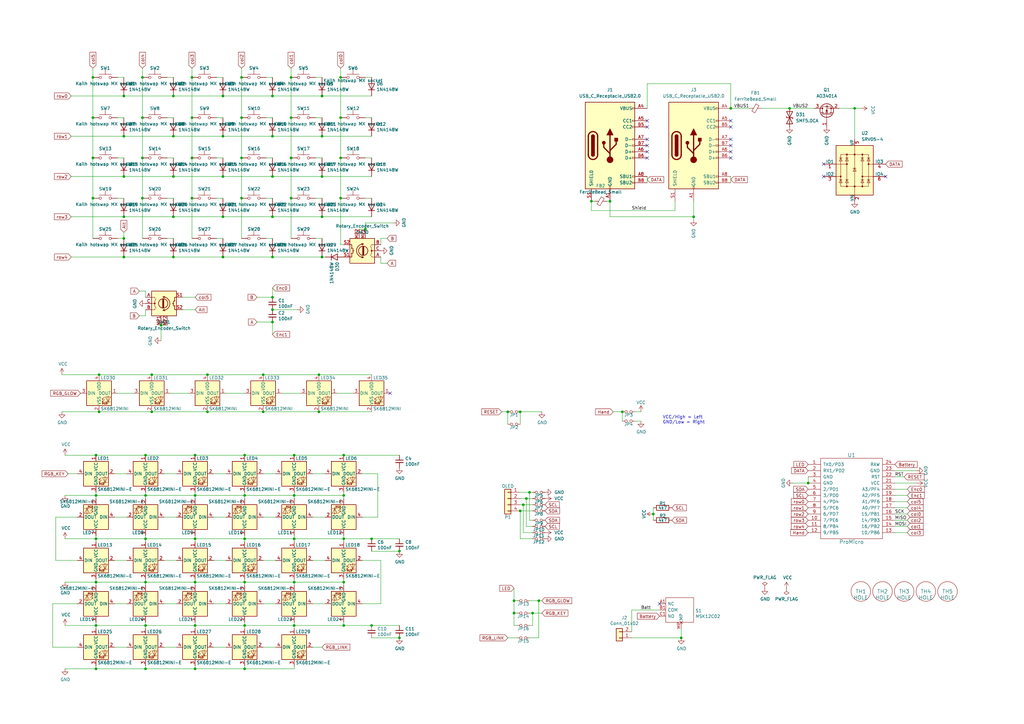
<source format=kicad_sch>
(kicad_sch (version 20211123) (generator eeschema)
  (paper "A3")
  (title_block (title "Lotus 58 C") (date "2022-10-25") (rev "v1.0.0") (company "Markus Knutsson <markus.knutsson@tweety.se>") (comment 1 "https://github.com/TweetyDaBird") (comment 2 "Licensed under CERN-OHL-S v2 or any superseding version"))
  (junction (at 119.38 48.26))
  (junction (at 50.8 97.79))
  (junction (at 59.69 274.32))
  (junction (at 132.08 88.9))
  (junction (at 163.83 226.06))
  (junction (at 210.82 246.38))
  (junction (at 59.69 220.98))
  (junction (at 100.33 256.54))
  (junction (at 213.36 209.55))
  (junction (at 85.09 153.67))
  (junction (at 130.81 153.67))
  (junction (at 80.01 220.98))
  (junction (at 91.44 105.41))
  (junction (at 139.7 48.26))
  (junction (at 100.33 203.2))
  (junction (at 58.42 81.28))
  (junction (at 284.48 88.9))
  (junction (at 80.01 186.69))
  (junction (at 78.74 81.28))
  (junction (at 210.82 251.46))
  (junction (at 250.19 82.55))
  (junction (at 111.76 132.08))
  (junction (at 111.76 55.88))
  (junction (at 132.08 55.88))
  (junction (at 39.37 186.69))
  (junction (at 267.97 210.82))
  (junction (at 85.09 168.91))
  (junction (at 59.69 256.54))
  (junction (at 50.8 105.41))
  (junction (at 111.76 127))
  (junction (at 80.01 274.32))
  (junction (at 111.76 39.37))
  (junction (at 111.76 72.39))
  (junction (at 66.04 133.35))
  (junction (at 119.38 31.75))
  (junction (at 58.42 48.26))
  (junction (at 299.72 44.45))
  (junction (at 99.06 31.75))
  (junction (at 71.12 72.39))
  (junction (at 38.1 48.26))
  (junction (at 140.97 238.76))
  (junction (at 50.8 39.37))
  (junction (at 58.42 31.75))
  (junction (at 149.86 93.98))
  (junction (at 50.8 72.39))
  (junction (at 139.7 64.77))
  (junction (at 71.12 55.88))
  (junction (at 99.06 81.28))
  (junction (at 59.69 186.69))
  (junction (at 39.37 220.98))
  (junction (at 71.12 39.37))
  (junction (at 50.8 88.9))
  (junction (at 107.95 168.91))
  (junction (at 140.97 220.98))
  (junction (at 100.33 186.69))
  (junction (at 58.42 64.77))
  (junction (at 38.1 31.75))
  (junction (at 50.8 55.88))
  (junction (at 111.76 105.41))
  (junction (at 140.97 256.54))
  (junction (at 39.37 238.76))
  (junction (at 39.37 274.32))
  (junction (at 91.44 55.88))
  (junction (at 208.28 168.91))
  (junction (at 242.57 82.55))
  (junction (at 38.1 64.77))
  (junction (at 279.4 261.62))
  (junction (at 152.4 220.98))
  (junction (at 255.27 168.91))
  (junction (at 71.12 105.41))
  (junction (at 78.74 64.77))
  (junction (at 120.65 256.54))
  (junction (at 120.65 220.98))
  (junction (at 152.4 256.54))
  (junction (at 39.37 256.54))
  (junction (at 111.76 88.9))
  (junction (at 59.69 203.2))
  (junction (at 80.01 238.76))
  (junction (at 111.76 121.92))
  (junction (at 120.65 186.69))
  (junction (at 91.44 39.37))
  (junction (at 217.17 201.93))
  (junction (at 132.08 72.39))
  (junction (at 323.85 44.45))
  (junction (at 120.65 203.2))
  (junction (at 132.08 39.37))
  (junction (at 119.38 64.77))
  (junction (at 132.08 105.41))
  (junction (at 120.65 238.76))
  (junction (at 213.36 168.91))
  (junction (at 331.47 198.12))
  (junction (at 215.9 204.47))
  (junction (at 140.97 203.2))
  (junction (at 39.37 203.2))
  (junction (at 100.33 220.98))
  (junction (at 78.74 31.75))
  (junction (at 214.63 207.01))
  (junction (at 80.01 203.2))
  (junction (at 99.06 64.77))
  (junction (at 78.74 48.26))
  (junction (at 350.52 44.45))
  (junction (at 80.01 256.54))
  (junction (at 220.98 246.38))
  (junction (at 99.06 48.26))
  (junction (at 218.44 251.46))
  (junction (at 91.44 72.39))
  (junction (at 40.64 153.67))
  (junction (at 100.33 238.76))
  (junction (at 130.81 168.91))
  (junction (at 139.7 31.75))
  (junction (at 91.44 88.9))
  (junction (at 139.7 81.28))
  (junction (at 62.23 168.91))
  (junction (at 100.33 274.32))
  (junction (at 107.95 153.67))
  (junction (at 62.23 153.67))
  (junction (at 38.1 81.28))
  (junction (at 140.97 186.69))
  (junction (at 71.12 88.9))
  (junction (at 163.83 261.62))
  (junction (at 119.38 81.28))
  (junction (at 40.64 168.91))
  (junction (at 59.69 238.76))
  (no_connect (at 265.43 62.23))
  (no_connect (at 160.02 161.29))
  (no_connect (at 265.43 52.07))
  (no_connect (at 299.72 64.77))
  (no_connect (at 270.51 247.65))
  (no_connect (at 299.72 59.69))
  (no_connect (at 265.43 57.15))
  (no_connect (at 299.72 52.07))
  (no_connect (at 299.72 62.23))
  (no_connect (at 337.82 67.31))
  (no_connect (at 363.22 72.39))
  (no_connect (at 337.82 72.39))
  (no_connect (at 265.43 59.69))
  (no_connect (at 299.72 49.53))
  (no_connect (at 299.72 57.15))
  (no_connect (at 265.43 49.53))
  (no_connect (at 265.43 64.77))
  (wire (pts (xy 107.95 168.91) (xy 130.81 168.91)))
  (wire (pts (xy 367.03 208.28) (xy 372.11 208.28)))
  (wire (pts (xy 140.97 203.2) (xy 140.97 201.93)))
  (wire (pts (xy 220.98 246.38) (xy 222.25 246.38)))
  (wire (pts (xy 213.36 201.93) (xy 217.17 201.93)))
  (wire (pts (xy 120.65 203.2) (xy 120.65 201.93)))
  (wire (pts (xy 25.4 168.91) (xy 40.64 168.91)))
  (wire (pts (xy 242.57 86.36) (xy 276.86 86.36)))
  (wire (pts (xy 80.01 238.76) (xy 100.33 238.76)))
  (wire (pts (xy 120.65 186.69) (xy 140.97 186.69)))
  (wire (pts (xy 132.08 48.26) (xy 129.54 48.26)))
  (wire (pts (xy 152.4 220.98) (xy 163.83 220.98)))
  (wire (pts (xy 111.76 121.92) (xy 111.76 118.11)))
  (wire (pts (xy 120.65 222.25) (xy 120.65 220.98)))
  (wire (pts (xy 109.22 31.75) (xy 111.76 31.75)))
  (wire (pts (xy 107.95 265.43) (xy 113.03 265.43)))
  (wire (pts (xy 217.17 251.46) (xy 218.44 251.46)))
  (wire (pts (xy 107.95 194.31) (xy 113.03 194.31)))
  (wire (pts (xy 128.27 229.87) (xy 133.35 229.87)))
  (wire (pts (xy 67.31 212.09) (xy 72.39 212.09)))
  (wire (pts (xy 68.58 64.77) (xy 71.12 64.77)))
  (wire (pts (xy 67.31 247.65) (xy 72.39 247.65)))
  (wire (pts (xy 80.01 220.98) (xy 80.01 222.25)))
  (wire (pts (xy 265.43 34.29) (xy 265.43 44.45)))
  (wire (pts (xy 39.37 274.32) (xy 39.37 273.05)))
  (wire (pts (xy 74.93 127) (xy 80.01 127)))
  (wire (pts (xy 130.81 153.67) (xy 152.4 153.67)))
  (wire (pts (xy 59.69 257.81) (xy 59.69 256.54)))
  (wire (pts (xy 140.97 220.98) (xy 140.97 222.25)))
  (wire (pts (xy 46.99 212.09) (xy 52.07 212.09)))
  (wire (pts (xy 128.27 194.31) (xy 133.35 194.31)))
  (wire (pts (xy 120.65 255.27) (xy 120.65 256.54)))
  (wire (pts (xy 21.59 247.65) (xy 21.59 265.43)))
  (wire (pts (xy 31.75 247.65) (xy 21.59 247.65)))
  (wire (pts (xy 87.63 212.09) (xy 92.71 212.09)))
  (wire (pts (xy 29.21 105.41) (xy 50.8 105.41)))
  (wire (pts (xy 217.17 201.93) (xy 217.17 213.36)))
  (wire (pts (xy 87.63 229.87) (xy 92.71 229.87)))
  (wire (pts (xy 156.21 229.87) (xy 156.21 247.65)))
  (wire (pts (xy 68.58 31.75) (xy 71.12 31.75)))
  (wire (pts (xy 59.69 220.98) (xy 80.01 220.98)))
  (wire (pts (xy 270.51 250.19) (xy 259.08 250.19)))
  (wire (pts (xy 80.01 186.69) (xy 100.33 186.69)))
  (wire (pts (xy 50.8 81.28) (xy 48.26 81.28)))
  (wire (pts (xy 105.41 121.92) (xy 111.76 121.92)))
  (wire (pts (xy 91.44 97.79) (xy 88.9 97.79)))
  (wire (pts (xy 87.63 194.31) (xy 92.71 194.31)))
  (wire (pts (xy 25.4 153.67) (xy 40.64 153.67)))
  (wire (pts (xy 132.08 55.88) (xy 152.4 55.88)))
  (wire (pts (xy 78.74 48.26) (xy 78.74 64.77)))
  (wire (pts (xy 210.82 256.54) (xy 212.09 256.54)))
  (wire (pts (xy 152.4 226.06) (xy 163.83 226.06)))
  (wire (pts (xy 39.37 220.98) (xy 26.67 220.98)))
  (wire (pts (xy 120.65 256.54) (xy 140.97 256.54)))
  (wire (pts (xy 38.1 27.94) (xy 38.1 31.75)))
  (wire (pts (xy 208.28 261.62) (xy 212.09 261.62)))
  (wire (pts (xy 88.9 31.75) (xy 91.44 31.75)))
  (wire (pts (xy 132.08 105.41) (xy 133.35 105.41)))
  (wire (pts (xy 99.06 31.75) (xy 99.06 48.26)))
  (wire (pts (xy 59.69 220.98) (xy 59.69 222.25)))
  (wire (pts (xy 99.06 27.94) (xy 99.06 31.75)))
  (wire (pts (xy 26.67 186.69) (xy 39.37 186.69)))
  (wire (pts (xy 259.08 250.19) (xy 259.08 259.08)))
  (wire (pts (xy 78.74 64.77) (xy 78.74 81.28)))
  (wire (pts (xy 27.94 194.31) (xy 31.75 194.31)))
  (wire (pts (xy 46.99 194.31) (xy 52.07 194.31)))
  (wire (pts (xy 39.37 203.2) (xy 39.37 204.47)))
  (wire (pts (xy 80.01 237.49) (xy 80.01 238.76)))
  (wire (pts (xy 217.17 246.38) (xy 220.98 246.38)))
  (wire (pts (xy 242.57 82.55) (xy 243.84 82.55)))
  (wire (pts (xy 210.82 251.46) (xy 212.09 251.46)))
  (wire (pts (xy 29.21 55.88) (xy 50.8 55.88)))
  (wire (pts (xy 50.8 55.88) (xy 71.12 55.88)))
  (wire (pts (xy 59.69 255.27) (xy 59.69 256.54)))
  (wire (pts (xy 48.26 64.77) (xy 50.8 64.77)))
  (wire (pts (xy 78.74 31.75) (xy 78.74 48.26)))
  (wire (pts (xy 80.01 203.2) (xy 59.69 203.2)))
  (wire (pts (xy 31.75 229.87) (xy 22.86 229.87)))
  (wire (pts (xy 331.47 198.12) (xy 325.12 198.12)))
  (wire (pts (xy 115.57 161.29) (xy 123.19 161.29)))
  (wire (pts (xy 100.33 203.2) (xy 100.33 201.93)))
  (wire (pts (xy 39.37 240.03) (xy 39.37 238.76)))
  (wire (pts (xy 71.12 105.41) (xy 91.44 105.41)))
  (wire (pts (xy 367.03 200.66) (xy 372.11 200.66)))
  (wire (pts (xy 111.76 64.77) (xy 109.22 64.77)))
  (wire (pts (xy 50.8 95.25) (xy 50.8 97.79)))
  (wire (pts (xy 39.37 220.98) (xy 39.37 222.25)))
  (wire (pts (xy 218.44 201.93) (xy 217.17 201.93)))
  (wire (pts (xy 284.48 88.9) (xy 250.19 88.9)))
  (wire (pts (xy 149.86 64.77) (xy 152.4 64.77)))
  (wire (pts (xy 218.44 204.47) (xy 215.9 204.47)))
  (wire (pts (xy 213.36 209.55) (xy 218.44 209.55)))
  (wire (pts (xy 78.74 81.28) (xy 78.74 97.79)))
  (wire (pts (xy 80.01 203.2) (xy 100.33 203.2)))
  (wire (pts (xy 46.99 265.43) (xy 52.07 265.43)))
  (wire (pts (xy 299.72 72.39) (xy 299.72 74.93)))
  (wire (pts (xy 158.75 107.95) (xy 156.21 107.95)))
  (wire (pts (xy 100.33 220.98) (xy 100.33 222.25)))
  (wire (pts (xy 39.37 201.93) (xy 39.37 203.2)))
  (wire (pts (xy 66.04 139.7) (xy 66.04 133.35)))
  (wire (pts (xy 350.52 44.45) (xy 350.52 57.15)))
  (wire (pts (xy 71.12 72.39) (xy 91.44 72.39)))
  (wire (pts (xy 50.8 88.9) (xy 71.12 88.9)))
  (wire (pts (xy 331.47 195.58) (xy 331.47 198.12)))
  (wire (pts (xy 99.06 64.77) (xy 99.06 81.28)))
  (wire (pts (xy 156.21 107.95) (xy 156.21 105.41)))
  (wire (pts (xy 111.76 137.16) (xy 111.76 132.08)))
  (wire (pts (xy 299.72 44.45) (xy 299.72 34.29)))
  (wire (pts (xy 74.93 121.92) (xy 80.01 121.92)))
  (wire (pts (xy 130.81 168.91) (xy 152.4 168.91)))
  (wire (pts (xy 119.38 81.28) (xy 119.38 97.79)))
  (wire (pts (xy 85.09 168.91) (xy 107.95 168.91)))
  (wire (pts (xy 39.37 219.71) (xy 39.37 220.98)))
  (wire (pts (xy 57.15 129.54) (xy 59.69 129.54)))
  (wire (pts (xy 161.29 91.44) (xy 149.86 91.44)))
  (wire (pts (xy 78.74 27.94) (xy 78.74 31.75)))
  (wire (pts (xy 367.03 198.12) (xy 375.92 198.12)))
  (wire (pts (xy 71.12 55.88) (xy 91.44 55.88)))
  (wire (pts (xy 119.38 31.75) (xy 119.38 48.26)))
  (wire (pts (xy 59.69 274.32) (xy 39.37 274.32)))
  (wire (pts (xy 99.06 48.26) (xy 99.06 64.77)))
  (wire (pts (xy 85.09 153.67) (xy 107.95 153.67)))
  (wire (pts (xy 92.71 161.29) (xy 100.33 161.29)))
  (wire (pts (xy 218.44 256.54) (xy 217.17 256.54)))
  (wire (pts (xy 149.86 81.28) (xy 152.4 81.28)))
  (wire (pts (xy 100.33 203.2) (xy 120.65 203.2)))
  (wire (pts (xy 21.59 265.43) (xy 31.75 265.43)))
  (wire (pts (xy 284.48 82.55) (xy 284.48 88.9)))
  (wire (pts (xy 62.23 168.91) (xy 85.09 168.91)))
  (wire (pts (xy 218.44 251.46) (xy 222.25 251.46)))
  (wire (pts (xy 139.7 31.75) (xy 139.7 48.26)))
  (wire (pts (xy 210.82 251.46) (xy 210.82 256.54)))
  (wire (pts (xy 69.85 161.29) (xy 77.47 161.29)))
  (wire (pts (xy 140.97 186.69) (xy 163.83 186.69)))
  (wire (pts (xy 367.03 203.2) (xy 372.11 203.2)))
  (wire (pts (xy 100.33 274.32) (xy 80.01 274.32)))
  (wire (pts (xy 109.22 81.28) (xy 111.76 81.28)))
  (wire (pts (xy 119.38 48.26) (xy 119.38 64.77)))
  (wire (pts (xy 80.01 274.32) (xy 80.01 273.05)))
  (wire (pts (xy 71.12 48.26) (xy 68.58 48.26)))
  (wire (pts (xy 100.33 256.54) (xy 100.33 255.27)))
  (wire (pts (xy 220.98 261.62) (xy 220.98 246.38)))
  (wire (pts (xy 140.97 220.98) (xy 152.4 220.98)))
  (wire (pts (xy 367.03 193.04) (xy 375.92 193.04)))
  (wire (pts (xy 67.31 229.87) (xy 72.39 229.87)))
  (wire (pts (xy 91.44 88.9) (xy 111.76 88.9)))
  (wire (pts (xy 80.01 257.81) (xy 80.01 256.54)))
  (wire (pts (xy 323.85 44.45) (xy 334.01 44.45)))
  (wire (pts (xy 208.28 168.91) (xy 208.28 173.99)))
  (wire (pts (xy 119.38 64.77) (xy 119.38 81.28)))
  (wire (pts (xy 148.59 247.65) (xy 156.21 247.65)))
  (wire (pts (xy 100.33 238.76) (xy 120.65 238.76)))
  (wire (pts (xy 58.42 27.94) (xy 58.42 31.75)))
  (wire (pts (xy 26.67 256.54) (xy 39.37 256.54)))
  (wire (pts (xy 66.04 133.35) (xy 68.58 133.35)))
  (wire (pts (xy 99.06 81.28) (xy 99.06 97.79)))
  (wire (pts (xy 147.32 93.98) (xy 149.86 93.98)))
  (wire (pts (xy 48.26 161.29) (xy 54.61 161.29)))
  (wire (pts (xy 265.43 72.39) (xy 265.43 74.93)))
  (wire (pts (xy 100.33 257.81) (xy 100.33 256.54)))
  (wire (pts (xy 29.21 88.9) (xy 50.8 88.9)))
  (wire (pts (xy 46.99 247.65) (xy 52.07 247.65)))
  (wire (pts (xy 132.08 97.79) (xy 129.54 97.79)))
  (wire (pts (xy 210.82 246.38) (xy 212.09 246.38)))
  (wire (pts (xy 88.9 48.26) (xy 91.44 48.26)))
  (wire (pts (xy 140.97 237.49) (xy 140.97 238.76)))
  (wire (pts (xy 107.95 247.65) (xy 113.03 247.65)))
  (wire (pts (xy 111.76 97.79) (xy 109.22 97.79)))
  (wire (pts (xy 80.01 203.2) (xy 80.01 204.47)))
  (wire (pts (xy 120.65 274.32) (xy 100.33 274.32)))
  (wire (pts (xy 26.67 238.76) (xy 39.37 238.76)))
  (wire (pts (xy 140.97 220.98) (xy 140.97 219.71)))
  (wire (pts (xy 100.33 204.47) (xy 100.33 203.2)))
  (wire (pts (xy 149.86 31.75) (xy 152.4 31.75)))
  (wire (pts (xy 140.97 203.2) (xy 140.97 204.47)))
  (wire (pts (xy 262.89 172.72) (xy 260.35 172.72)))
  (wire (pts (xy 120.65 204.47) (xy 120.65 203.2)))
  (wire (pts (xy 210.82 246.38) (xy 210.82 251.46)))
  (wire (pts (xy 367.03 210.82) (xy 372.11 210.82)))
  (wire (pts (xy 107.95 153.67) (xy 130.81 153.67)))
  (wire (pts (xy 87.63 247.65) (xy 92.71 247.65)))
  (wire (pts (xy 57.15 119.38) (xy 59.69 119.38)))
  (wire (pts (xy 105.41 132.08) (xy 111.76 132.08)))
  (wire (pts (xy 59.69 186.69) (xy 80.01 186.69)))
  (wire (pts (xy 248.92 82.55) (xy 250.19 82.55)))
  (wire (pts (xy 120.65 238.76) (xy 140.97 238.76)))
  (wire (pts (xy 255.27 172.72) (xy 255.27 168.91)))
  (wire (pts (xy 80.01 220.98) (xy 80.01 219.71)))
  (wire (pts (xy 111.76 127) (xy 121.92 127)))
  (wire (pts (xy 367.03 215.9) (xy 372.11 215.9)))
  (wire (pts (xy 67.31 265.43) (xy 72.39 265.43)))
  (wire (pts (xy 22.86 229.87) (xy 22.86 212.09)))
  (wire (pts (xy 140.97 256.54) (xy 152.4 256.54)))
  (wire (pts (xy 205.74 168.91) (xy 208.28 168.91)))
  (wire (pts (xy 59.69 129.54) (xy 59.69 127)))
  (wire (pts (xy 50.8 105.41) (xy 71.12 105.41)))
  (wire (pts (xy 87.63 265.43) (xy 92.71 265.43)))
  (wire (pts (xy 59.69 274.32) (xy 59.69 273.05)))
  (wire (pts (xy 132.08 31.75) (xy 129.54 31.75)))
  (wire (pts (xy 39.37 203.2) (xy 26.67 203.2)))
  (wire (pts (xy 91.44 81.28) (xy 88.9 81.28)))
  (wire (pts (xy 111.76 55.88) (xy 132.08 55.88)))
  (wire (pts (xy 279.4 261.62) (xy 279.4 257.81)))
  (wire (pts (xy 132.08 72.39) (xy 152.4 72.39)))
  (wire (pts (xy 59.69 203.2) (xy 59.69 201.93)))
  (wire (pts (xy 367.03 218.44) (xy 372.11 218.44)))
  (wire (pts (xy 39.37 186.69) (xy 59.69 186.69)))
  (wire (pts (xy 284.48 88.9) (xy 284.48 90.17)))
  (wire (pts (xy 29.21 39.37) (xy 50.8 39.37)))
  (wire (pts (xy 149.86 91.44) (xy 149.86 93.98)))
  (wire (pts (xy 242.57 86.36) (xy 242.57 82.55)))
  (wire (pts (xy 139.7 64.77) (xy 139.7 81.28)))
  (wire (pts (xy 120.65 257.81) (xy 120.65 256.54)))
  (wire (pts (xy 267.97 210.82) (xy 267.97 213.36)))
  (wire (pts (xy 251.46 168.91) (xy 255.27 168.91)))
  (wire (pts (xy 213.36 168.91) (xy 213.36 173.99)))
  (wire (pts (xy 152.4 48.26) (xy 149.86 48.26)))
  (wire (pts (xy 39.37 203.2) (xy 59.69 203.2)))
  (wire (pts (xy 100.33 237.49) (xy 100.33 238.76)))
  (wire (pts (xy 59.69 237.49) (xy 59.69 238.76)))
  (wire (pts (xy 120.65 203.2) (xy 140.97 203.2)))
  (wire (pts (xy 140.97 256.54) (xy 140.97 255.27)))
  (wire (pts (xy 91.44 105.41) (xy 111.76 105.41)))
  (wire (pts (xy 210.82 241.3) (xy 210.82 246.38)))
  (wire (pts (xy 111.76 72.39) (xy 132.08 72.39)))
  (wire (pts (xy 100.33 220.98) (xy 120.65 220.98)))
  (wire (pts (xy 120.65 274.32) (xy 120.65 273.05)))
  (wire (pts (xy 367.03 195.58) (xy 370.84 195.58)))
  (wire (pts (xy 250.19 82.55) (xy 250.19 88.9)))
  (wire (pts (xy 312.42 44.45) (xy 323.85 44.45)))
  (wire (pts (xy 120.65 220.98) (xy 120.65 219.71)))
  (wire (pts (xy 62.23 153.67) (xy 85.09 153.67)))
  (wire (pts (xy 267.97 208.28) (xy 267.97 210.82)))
  (wire (pts (xy 148.59 229.87) (xy 156.21 229.87)))
  (wire (pts (xy 154.94 194.31) (xy 154.94 212.09)))
  (wire (pts (xy 91.44 72.39) (xy 111.76 72.39)))
  (wire (pts (xy 80.01 201.93) (xy 80.01 203.2)))
  (wire (pts (xy 91.44 39.37) (xy 111.76 39.37)))
  (wire (pts (xy 58.42 81.28) (xy 58.42 97.79)))
  (wire (pts (xy 59.69 220.98) (xy 59.69 219.71)))
  (wire (pts (xy 59.69 204.47) (xy 59.69 203.2)))
  (wire (pts (xy 276.86 86.36) (xy 276.86 82.55)))
  (wire (pts (xy 152.4 256.54) (xy 163.83 256.54)))
  (wire (pts (xy 80.01 240.03) (xy 80.01 238.76)))
  (wire (pts (xy 132.08 265.43) (xy 128.27 265.43)))
  (wire (pts (xy 67.31 194.31) (xy 72.39 194.31)))
  (wire (pts (xy 158.75 97.79) (xy 156.21 97.79)))
  (wire (pts (xy 120.65 220.98) (xy 140.97 220.98)))
  (wire (pts (xy 222.25 168.91) (xy 213.36 168.91)))
  (wire (pts (xy 80.01 256.54) (xy 80.01 255.27)))
  (wire (pts (xy 71.12 39.37) (xy 91.44 39.37)))
  (wire (pts (xy 46.99 229.87) (xy 52.07 229.87)))
  (wire (pts (xy 299.72 44.45) (xy 307.34 44.45)))
  (wire (pts (xy 39.37 255.27) (xy 39.37 256.54)))
  (wire (pts (xy 260.35 168.91) (xy 262.89 168.91)))
  (wire (pts (xy 38.1 48.26) (xy 38.1 64.77)))
  (wire (pts (xy 148.59 212.09) (xy 154.94 212.09)))
  (wire (pts (xy 128.27 247.65) (xy 133.35 247.65)))
  (wire (pts (xy 39.37 257.81) (xy 39.37 256.54)))
  (wire (pts (xy 80.01 220.98) (xy 100.33 220.98)))
  (wire (pts (xy 59.69 256.54) (xy 80.01 256.54)))
  (wire (pts (xy 38.1 81.28) (xy 38.1 97.79)))
  (wire (pts (xy 59.69 238.76) (xy 80.01 238.76)))
  (wire (pts (xy 107.95 212.09) (xy 113.03 212.09)))
  (wire (pts (xy 119.38 27.94) (xy 119.38 31.75)))
  (wire (pts (xy 299.72 34.29) (xy 265.43 34.29)))
  (wire (pts (xy 139.7 48.26) (xy 139.7 64.77)))
  (wire (pts (xy 350.52 44.45) (xy 353.06 44.45)))
  (wire (pts (xy 139.7 27.94) (xy 139.7 31.75)))
  (wire (pts (xy 139.7 81.28) (xy 139.7 100.33)))
  (wire (pts (xy 80.01 274.32) (xy 59.69 274.32)))
  (wire (pts (xy 132.08 39.37) (xy 152.4 39.37)))
  (wire (pts (xy 100.33 186.69) (xy 120.65 186.69)))
  (wire (pts (xy 100.33 274.32) (xy 100.33 273.05)))
  (wire (pts (xy 50.8 39.37) (xy 71.12 39.37)))
  (wire (pts (xy 214.63 207.01) (xy 218.44 207.01)))
  (wire (pts (xy 132.08 88.9) (xy 152.4 88.9)))
  (wire (pts (xy 100.33 256.54) (xy 120.65 256.54)))
  (wire (pts (xy 71.12 88.9) (xy 91.44 88.9)))
  (wire (pts (xy 120.65 240.03) (xy 120.65 238.76)))
  (wire (pts (xy 71.12 81.28) (xy 68.58 81.28)))
  (wire (pts (xy 22.86 212.09) (xy 31.75 212.09)))
  (wire (pts (xy 217.17 261.62) (xy 220.98 261.62)))
  (wire (pts (xy 39.37 274.32) (xy 26.67 274.32)))
  (wire (pts (xy 215.9 204.47) (xy 215.9 215.9)))
  (wire (pts (xy 214.63 218.44) (xy 214.63 207.01)))
  (wire (pts (xy 40.64 168.91) (xy 62.23 168.91)))
  (wire (pts (xy 39.37 238.76) (xy 59.69 238.76)))
  (wire (pts (xy 213.36 220.98) (xy 218.44 220.98)))
  (wire (pts (xy 213.36 209.55) (xy 213.36 220.98)))
  (wire (pts (xy 58.42 64.77) (xy 58.42 81.28)))
  (wire (pts (xy 156.21 97.79) (xy 156.21 100.33)))
  (wire (pts (xy 107.95 229.87) (xy 113.03 229.87)))
  (wire (pts (xy 132.08 64.77) (xy 129.54 64.77)))
  (wire (pts (xy 139.7 100.33) (xy 140.97 100.33)))
  (wire (pts (xy 71.12 97.79) (xy 68.58 97.79)))
  (wire (pts (xy 213.36 204.47) (xy 215.9 204.47)))
  (wire (pts (xy 50.8 48.26) (xy 48.26 48.26)))
  (wire (pts (xy 344.17 44.45) (xy 350.52 44.45)))
  (wire (pts (xy 367.03 213.36) (xy 372.11 213.36)))
  (wire (pts (xy 218.44 213.36) (xy 217.17 213.36)))
  (wire (pts (xy 218.44 218.44) (xy 214.63 218.44)))
  (wire (pts (xy 100.33 238.76) (xy 100.33 240.03)))
  (wire (pts (xy 111.76 48.26) (xy 109.22 48.26)))
  (wire (pts (xy 88.9 64.77) (xy 91.44 64.77)))
  (wire (pts (xy 138.43 161.29) (xy 144.78 161.29)))
  (wire (pts (xy 50.8 31.75) (xy 48.26 31.75)))
  (wire (pts (xy 148.59 194.31) (xy 154.94 194.31)))
  (wire (pts (xy 80.01 256.54) (xy 100.33 256.54)))
  (wire (pts (xy 120.65 237.49) (xy 120.65 238.76)))
  (wire (pts (xy 111.76 105.41) (xy 132.08 105.41)))
  (wire (pts (xy 50.8 72.39) (xy 71.12 72.39)))
  (wire (pts (xy 132.08 81.28) (xy 129.54 81.28)))
  (wire (pts (xy 111.76 88.9) (xy 132.08 88.9)))
  (wire (pts (xy 152.4 261.62) (xy 163.83 261.62)))
  (wire (pts (xy 39.37 220.98) (xy 59.69 220.98)))
  (wire (pts (xy 58.42 31.75) (xy 58.42 48.26)))
  (wire (pts (xy 29.21 72.39) (xy 50.8 72.39)))
  (wire (pts (xy 59.69 238.76) (xy 59.69 240.03)))
  (wire (pts (xy 39.37 256.54) (xy 59.69 256.54)))
  (wire (pts (xy 100.33 220.98) (xy 100.33 219.71)))
  (wire (pts (xy 259.08 261.62) (xy 279.4 261.62)))
  (wire (pts (xy 91.44 55.88) (xy 111.76 55.88)))
  (wire (pts (xy 59.69 119.38) (xy 59.69 121.92)))
  (wire (pts (xy 215.9 215.9) (xy 218.44 215.9)))
  (wire (pts (xy 39.37 237.49) (xy 39.37 238.76)))
  (wire (pts (xy 367.03 205.74) (xy 372.11 205.74)))
  (wire (pts (xy 40.64 153.67) (xy 62.23 153.67)))
  (wire (pts (xy 48.26 97.79) (xy 50.8 97.79)))
  (wire (pts (xy 213.36 207.01) (xy 214.63 207.01)))
  (wire (pts (xy 140.97 238.76) (xy 140.97 240.03)))
  (wire (pts (xy 38.1 31.75) (xy 38.1 48.26)))
  (wire (pts (xy 111.76 39.37) (xy 132.08 39.37)))
  (wire (pts (xy 218.44 251.46) (xy 218.44 256.54)))
  (wire (pts (xy 58.42 48.26) (xy 58.42 64.77)))
  (wire (pts (xy 38.1 64.77) (xy 38.1 81.28)))
  (wire (pts (xy 128.27 212.09) (xy 133.35 212.09)))
  (text "VCC/High = Left\nGND/Low = Right" (at 271.78 173.99 0) (effects (font (size 1.27 1.27)) (justify left bottom)))
  (label "MOSI" (at 367.03 215.9 0))
  (label "Shield" (at 259.08 86.36 0))
  (label "VBUS2" (at 325.12 44.45 0))
  (label "VBUS1" (at 300.99 44.45 0))
  (label "SCK" (at 367.03 210.82 0))
  (label "Batt" (at 262.89 250.19 0))
  (label "RST" (at 367.03 195.58 0))
  (label "MISO" (at 367.03 213.36 0))
  (global_label "A" (shape input) (at 105.41 132.08 180) (property "Intersheet References" "${INTERSHEET_REFS}" (effects hide)))
  (global_label "Alt" (shape input) (at 50.8 95.25 90) (property "Intersheet References" "${INTERSHEET_REFS}" (effects hide)))
  (global_label "col2" (shape input) (at 372.11 213.36 0) (property "Intersheet References" "${INTERSHEET_REFS}" (effects hide)))
  (global_label "RESET" (shape input) (at 205.74 168.91 180) (property "Intersheet References" "${INTERSHEET_REFS}" (effects hide)))
  (global_label "row2" (shape input) (at 331.47 210.82 180) (property "Intersheet References" "${INTERSHEET_REFS}" (effects hide)))
  (global_label "RESET" (shape input) (at 370.84 195.58 0) (property "Intersheet References" "${INTERSHEET_REFS}" (effects hide)))
  (global_label "col4" (shape input) (at 58.42 27.94 90) (property "Intersheet References" "${INTERSHEET_REFS}" (effects hide)))
  (global_label "row1" (shape input) (at 331.47 208.28 180) (property "Intersheet References" "${INTERSHEET_REFS}" (effects hide)))
  (global_label "RGB_GLOW" (shape input) (at 33.02 161.29 180) (property "Intersheet References" "${INTERSHEET_REFS}" (effects hide)))
  (global_label "SCL" (shape input) (at 275.59 208.28 0) (property "Intersheet References" "${INTERSHEET_REFS}" (effects hide)))
  (global_label "Battery" (shape input) (at 367.03 190.5 0) (property "Intersheet References" "${INTERSHEET_REFS}" (effects hide)))
  (global_label "DATA" (shape input) (at 265.43 73.66 0) (property "Intersheet References" "${INTERSHEET_REFS}" (effects hide)))
  (global_label "RGB_GLOW" (shape input) (at 222.25 246.38 0) (property "Intersheet References" "${INTERSHEET_REFS}" (effects hide)))
  (global_label "SDA" (shape input) (at 275.59 213.36 0) (property "Intersheet References" "${INTERSHEET_REFS}" (effects hide)))
  (global_label "Enc1" (shape input) (at 111.76 137.16 0) (property "Intersheet References" "${INTERSHEET_REFS}" (effects hide)))
  (global_label "RGB_KEY" (shape input) (at 222.25 251.46 0) (property "Intersheet References" "${INTERSHEET_REFS}" (effects hide)))
  (global_label "RGB_LINK" (shape input) (at 208.28 261.62 180) (property "Intersheet References" "${INTERSHEET_REFS}" (effects hide)))
  (global_label "row3" (shape input) (at 29.21 88.9 180) (property "Intersheet References" "${INTERSHEET_REFS}" (effects hide)))
  (global_label "SDA" (shape input) (at 223.52 213.36 0) (property "Intersheet References" "${INTERSHEET_REFS}" (effects hide)))
  (global_label "row3" (shape input) (at 331.47 213.36 180) (property "Intersheet References" "${INTERSHEET_REFS}" (effects hide)))
  (global_label "SCL" (shape input) (at 331.47 203.2 180) (property "Intersheet References" "${INTERSHEET_REFS}" (effects hide)))
  (global_label "SDA" (shape input) (at 223.52 209.55 0) (property "Intersheet References" "${INTERSHEET_REFS}" (effects hide)))
  (global_label "Enc0" (shape input) (at 372.11 200.66 0) (property "Intersheet References" "${INTERSHEET_REFS}" (effects hide)))
  (global_label "col4" (shape input) (at 372.11 208.28 0) (property "Intersheet References" "${INTERSHEET_REFS}" (effects hide)))
  (global_label "row1" (shape input) (at 29.21 55.88 180) (property "Intersheet References" "${INTERSHEET_REFS}" (effects hide)))
  (global_label "SCL" (shape input) (at 223.52 215.9 0) (property "Intersheet References" "${INTERSHEET_REFS}" (effects hide)))
  (global_label "RGB_LINK" (shape input) (at 132.08 265.43 0) (property "Intersheet References" "${INTERSHEET_REFS}" (effects hide)))
  (global_label "row2" (shape input) (at 29.21 72.39 180) (property "Intersheet References" "${INTERSHEET_REFS}" (effects hide)))
  (global_label "A" (shape input) (at 57.15 119.38 180) (property "Intersheet References" "${INTERSHEET_REFS}" (effects hide)))
  (global_label "col5" (shape input) (at 80.01 121.92 0) (property "Intersheet References" "${INTERSHEET_REFS}" (effects hide)))
  (global_label "col5" (shape input) (at 38.1 27.94 90) (property "Intersheet References" "${INTERSHEET_REFS}" (effects hide)))
  (global_label "col0" (shape input) (at 372.11 210.82 0) (property "Intersheet References" "${INTERSHEET_REFS}" (effects hide)))
  (global_label "col3" (shape input) (at 78.74 27.94 90) (property "Intersheet References" "${INTERSHEET_REFS}" (effects hide)))
  (global_label "DATA" (shape input) (at 363.22 67.31 0) (property "Intersheet References" "${INTERSHEET_REFS}" (effects hide)))
  (global_label "Battery" (shape input) (at 270.51 252.73 180) (property "Intersheet References" "${INTERSHEET_REFS}" (effects hide)))
  (global_label "LED" (shape input) (at 331.47 190.5 180) (property "Intersheet References" "${INTERSHEET_REFS}" (effects hide)))
  (global_label "DATA" (shape input) (at 299.72 73.66 0) (property "Intersheet References" "${INTERSHEET_REFS}" (effects hide)))
  (global_label "SCL" (shape input) (at 223.52 207.01 0) (property "Intersheet References" "${INTERSHEET_REFS}" (effects hide)))
  (global_label "Hand" (shape input) (at 331.47 218.44 180) (property "Intersheet References" "${INTERSHEET_REFS}" (effects hide)))
  (global_label "A" (shape input) (at 158.75 107.95 0) (property "Intersheet References" "${INTERSHEET_REFS}" (effects hide)))
  (global_label "row0" (shape input) (at 29.21 39.37 180) (property "Intersheet References" "${INTERSHEET_REFS}" (effects hide)))
  (global_label "SDA" (shape input) (at 331.47 200.66 180) (property "Intersheet References" "${INTERSHEET_REFS}" (effects hide)))
  (global_label "RGB_KEY" (shape input) (at 27.94 194.31 180) (property "Intersheet References" "${INTERSHEET_REFS}" (effects hide)))
  (global_label "Alt" (shape input) (at 80.01 127 0) (property "Intersheet References" "${INTERSHEET_REFS}" (effects hide)))
  (global_label "B" (shape input) (at 105.41 121.92 180) (property "Intersheet References" "${INTERSHEET_REFS}" (effects hide)))
  (global_label "col5" (shape input) (at 372.11 205.74 0) (property "Intersheet References" "${INTERSHEET_REFS}" (effects hide)))
  (global_label "Enc0" (shape input) (at 111.76 118.11 0) (property "Intersheet References" "${INTERSHEET_REFS}" (effects hide)))
  (global_label "row4" (shape input) (at 29.21 105.41 180) (property "Intersheet References" "${INTERSHEET_REFS}" (effects hide)))
  (global_label "row0" (shape input) (at 331.47 205.74 180) (property "Intersheet References" "${INTERSHEET_REFS}" (effects hide)))
  (global_label "B" (shape input) (at 57.15 129.54 180) (property "Intersheet References" "${INTERSHEET_REFS}" (effects hide)))
  (global_label "B" (shape input) (at 158.75 97.79 0) (property "Intersheet References" "${INTERSHEET_REFS}" (effects hide)))
  (global_label "col1" (shape input) (at 372.11 215.9 0) (property "Intersheet References" "${INTERSHEET_REFS}" (effects hide)))
  (global_label "col1" (shape input) (at 119.38 27.94 90) (property "Intersheet References" "${INTERSHEET_REFS}" (effects hide)))
  (global_label "col0" (shape input) (at 139.7 27.94 90) (property "Intersheet References" "${INTERSHEET_REFS}" (effects hide)))
  (global_label "Hand" (shape input) (at 251.46 168.91 180) (property "Intersheet References" "${INTERSHEET_REFS}" (effects hide)))
  (global_label "col2" (shape input) (at 99.06 27.94 90) (property "Intersheet References" "${INTERSHEET_REFS}" (effects hide)))
  (global_label "DATA" (shape input) (at 331.47 193.04 180) (property "Intersheet References" "${INTERSHEET_REFS}" (effects hide)))
  (global_label "row4" (shape input) (at 331.47 215.9 180) (property "Intersheet References" "${INTERSHEET_REFS}" (effects hide)))
  (global_label "Enc1" (shape input) (at 372.11 203.2 0) (property "Intersheet References" "${INTERSHEET_REFS}" (effects hide)))
  (global_label "col3" (shape input) (at 372.11 218.44 0) (property "Intersheet References" "${INTERSHEET_REFS}" (effects hide)))
  (global_label "LED" (shape input) (at 210.82 241.3 180) (property "Intersheet References" "${INTERSHEET_REFS}" (effects hide)))
  (symbol (lib_id "keebio:ProMicro") (at 349.25 204.47 0) (unit 1)
    (property "Reference" "U1" (at 349.25 186.69 0) (effects (font (size 1.524 1.524))))
    (property "Value" "ProMicro" (at 349.25 222.25 0) (effects (font (size 1.524 1.524))))
    (property "Footprint" "Keyboard Library:ProMicro_Reversible" (effects hide))
  )
  (symbol (lib_id "Switch:SW_Push") (at 43.18 97.79 0) (unit 1)
    (property "Reference" "SW25" (at 43.18 93.98 0))
    (property "Value" "Kailh hotswap MX socket" (at 43.18 100.33 0))
    (property "Footprint" "keyswitches:Kailh_socket_MX_reversible_RGB" (effects hide))
  )
  (symbol (lib_id "Switch:SW_Push") (at 63.5 97.79 0) (unit 1)
    (property "Reference" "SW26" (at 63.5 93.98 0))
    (property "Value" "Kailh hotswap MX socket" (at 63.5 100.33 0))
    (property "Footprint" "keyswitches:Kailh_socket_MX_reversible_RGB" (effects hide))
  )
  (symbol (lib_id "Switch:SW_Push") (at 43.18 31.75 0) (unit 1)
    (property "Reference" "SW1" (at 43.18 27.94 0))
    (property "Value" "Kailh hotswap MX socket" (at 43.18 34.29 0))
    (property "Footprint" "keyswitches:Kailh_socket_MX_reversible_RGB" (effects hide))
  )
  (symbol (lib_id "Device:D") (at 50.8 35.56 90) (unit 1)
    (property "Reference" "D1" (at 52.8066 34.3916 90) (effects (justify right)))
    (property "Value" "1N4148W" (at 52.8066 36.703 90) (effects (justify right)))
    (property "Footprint" "Diode_SMD:D_SOD-123" (effects hide))
  )
  (symbol (lib_id "Switch:SW_Push") (at 63.5 31.75 0) (unit 1)
    (property "Reference" "SW2" (at 63.5 27.94 0))
    (property "Value" "Kailh hotswap MX socket" (at 63.5 34.29 0))
    (property "Footprint" "keyswitches:Kailh_socket_MX_reversible_RGB" (effects hide))
  )
  (symbol (lib_id "Device:D") (at 71.12 35.56 90) (unit 1)
    (property "Reference" "D2" (at 73.1266 34.3916 90) (effects (justify right)))
    (property "Value" "1N4148W" (at 73.1266 36.703 90) (effects (justify right)))
    (property "Footprint" "Diode_SMD:D_SOD-123" (effects hide))
  )
  (symbol (lib_id "Switch:SW_Push") (at 83.82 31.75 0) (unit 1)
    (property "Reference" "SW3" (at 83.82 27.94 0))
    (property "Value" "Kailh hotswap MX socket" (at 83.82 34.29 0))
    (property "Footprint" "keyswitches:Kailh_socket_MX_reversible_RGB" (effects hide))
  )
  (symbol (lib_id "Device:D") (at 91.44 35.56 90) (unit 1)
    (property "Reference" "D3" (at 93.4466 34.3916 90) (effects (justify right)))
    (property "Value" "1N4148W" (at 93.4466 36.703 90) (effects (justify right)))
    (property "Footprint" "Diode_SMD:D_SOD-123" (effects hide))
  )
  (symbol (lib_id "Switch:SW_Push") (at 104.14 31.75 0) (unit 1)
    (property "Reference" "SW4" (at 104.14 27.94 0))
    (property "Value" "Kailh hotswap MX socket" (at 104.14 34.29 0))
    (property "Footprint" "keyswitches:Kailh_socket_MX_reversible_RGB" (effects hide))
  )
  (symbol (lib_id "Device:D") (at 111.76 35.56 90) (unit 1)
    (property "Reference" "D4" (at 113.7666 34.3916 90) (effects (justify right)))
    (property "Value" "1N4148W" (at 113.7666 36.703 90) (effects (justify right)))
    (property "Footprint" "Diode_SMD:D_SOD-123" (effects hide))
  )
  (symbol (lib_id "Switch:SW_Push") (at 124.46 31.75 0) (unit 1)
    (property "Reference" "SW5" (at 124.46 27.94 0))
    (property "Value" "Kailh hotswap MX socket" (at 124.46 34.29 0))
    (property "Footprint" "keyswitches:Kailh_socket_MX_reversible_RGB" (effects hide))
  )
  (symbol (lib_id "Device:D") (at 132.08 35.56 90) (unit 1)
    (property "Reference" "D5" (at 134.0866 34.3916 90) (effects (justify right)))
    (property "Value" "1N4148W" (at 134.0866 36.703 90) (effects (justify right)))
    (property "Footprint" "Diode_SMD:D_SOD-123" (effects hide))
  )
  (symbol (lib_id "Switch:SW_Push") (at 144.78 31.75 0) (unit 1)
    (property "Reference" "SW6" (at 144.78 27.94 0))
    (property "Value" "Kailh hotswap MX socket" (at 144.78 33.02 0))
    (property "Footprint" "keyswitches:Kailh_socket_MX_reversible_RGB" (effects hide))
  )
  (symbol (lib_id "Device:D") (at 152.4 35.56 90) (unit 1)
    (property "Reference" "D6" (at 154.4066 34.3916 90) (effects (justify right)))
    (property "Value" "1N4148W" (at 154.4066 36.703 90) (effects (justify right)))
    (property "Footprint" "Diode_SMD:D_SOD-123" (effects hide))
  )
  (symbol (lib_id "Switch:SW_Push") (at 63.5 48.26 0) (unit 1)
    (property "Reference" "SW8" (at 63.5 44.45 0))
    (property "Value" "Kailh hotswap MX socket" (at 63.5 50.8 0))
    (property "Footprint" "keyswitches:Kailh_socket_MX_reversible_RGB" (effects hide))
  )
  (symbol (lib_id "Switch:SW_Push") (at 83.82 48.26 0) (unit 1)
    (property "Reference" "SW9" (at 83.82 44.45 0))
    (property "Value" "Kailh hotswap MX socket" (at 83.82 50.8 0))
    (property "Footprint" "keyswitches:Kailh_socket_MX_reversible_RGB" (effects hide))
  )
  (symbol (lib_id "Switch:SW_Push") (at 104.14 48.26 0) (unit 1)
    (property "Reference" "SW10" (at 104.14 44.45 0))
    (property "Value" "Kailh hotswap MX socket" (at 104.14 50.8 0))
    (property "Footprint" "keyswitches:Kailh_socket_MX_reversible_RGB" (effects hide))
  )
  (symbol (lib_id "Switch:SW_Push") (at 124.46 48.26 0) (unit 1)
    (property "Reference" "SW11" (at 124.46 44.45 0))
    (property "Value" "Kailh hotswap MX socket" (at 124.46 50.8 0))
    (property "Footprint" "keyswitches:Kailh_socket_MX_reversible_RGB" (effects hide))
  )
  (symbol (lib_id "Switch:SW_Push") (at 144.78 48.26 0) (unit 1)
    (property "Reference" "SW12" (at 144.78 44.45 0))
    (property "Value" "Kailh hotswap MX socket" (at 144.78 50.8 0))
    (property "Footprint" "keyswitches:Kailh_socket_MX_reversible_RGB" (effects hide))
  )
  (symbol (lib_id "Switch:SW_Push") (at 43.18 48.26 0) (unit 1)
    (property "Reference" "SW7" (at 43.18 44.45 0))
    (property "Value" "Kailh hotswap MX socket" (at 43.18 50.8 0))
    (property "Footprint" "keyswitches:Kailh_socket_MX_reversible_RGB" (effects hide))
  )
  (symbol (lib_id "Device:D") (at 50.8 52.07 90) (unit 1)
    (property "Reference" "D7" (at 52.8066 50.9016 90) (effects (justify right)))
    (property "Value" "1N4148W" (at 52.8066 53.213 90) (effects (justify right)))
    (property "Footprint" "Diode_SMD:D_SOD-123" (effects hide))
  )
  (symbol (lib_id "Device:D") (at 71.12 52.07 90) (unit 1)
    (property "Reference" "D8" (at 73.1266 50.9016 90) (effects (justify right)))
    (property "Value" "1N4148W" (at 73.1266 53.213 90) (effects (justify right)))
    (property "Footprint" "Diode_SMD:D_SOD-123" (effects hide))
  )
  (symbol (lib_id "Device:D") (at 91.44 52.07 90) (unit 1)
    (property "Reference" "D9" (at 93.4466 50.9016 90) (effects (justify right)))
    (property "Value" "1N4148W" (at 93.4466 53.213 90) (effects (justify right)))
    (property "Footprint" "Diode_SMD:D_SOD-123" (effects hide))
  )
  (symbol (lib_id "Device:D") (at 111.76 52.07 90) (unit 1)
    (property "Reference" "D10" (at 113.7666 50.9016 90) (effects (justify right)))
    (property "Value" "1N4148W" (at 113.7666 53.213 90) (effects (justify right)))
    (property "Footprint" "Diode_SMD:D_SOD-123" (effects hide))
  )
  (symbol (lib_id "Device:D") (at 132.08 52.07 90) (unit 1)
    (property "Reference" "D11" (at 134.0866 50.9016 90) (effects (justify right)))
    (property "Value" "1N4148W" (at 134.0866 53.213 90) (effects (justify right)))
    (property "Footprint" "Diode_SMD:D_SOD-123" (effects hide))
  )
  (symbol (lib_id "Device:D") (at 152.4 52.07 90) (unit 1)
    (property "Reference" "D12" (at 154.4066 50.9016 90) (effects (justify right)))
    (property "Value" "1N4148W" (at 154.4066 53.213 90) (effects (justify right)))
    (property "Footprint" "Diode_SMD:D_SOD-123" (effects hide))
  )
  (symbol (lib_id "Switch:SW_Push") (at 43.18 64.77 0) (unit 1)
    (property "Reference" "SW13" (at 43.18 60.96 0))
    (property "Value" "Kailh hotswap MX socket" (at 43.18 67.31 0))
    (property "Footprint" "keyswitches:Kailh_socket_MX_reversible_RGB" (effects hide))
  )
  (symbol (lib_id "Switch:SW_Push") (at 63.5 64.77 0) (unit 1)
    (property "Reference" "SW14" (at 63.5 60.96 0))
    (property "Value" "Kailh hotswap MX socket" (at 63.5 67.31 0))
    (property "Footprint" "keyswitches:Kailh_socket_MX_reversible_RGB" (effects hide))
  )
  (symbol (lib_id "Switch:SW_Push") (at 83.82 64.77 0) (unit 1)
    (property "Reference" "SW15" (at 83.82 60.96 0))
    (property "Value" "Kailh hotswap MX socket" (at 83.82 67.31 0))
    (property "Footprint" "keyswitches:Kailh_socket_MX_reversible_RGB" (effects hide))
  )
  (symbol (lib_id "Switch:SW_Push") (at 104.14 64.77 0) (unit 1)
    (property "Reference" "SW16" (at 104.14 60.96 0))
    (property "Value" "Kailh hotswap MX socket" (at 104.14 67.31 0))
    (property "Footprint" "keyswitches:Kailh_socket_MX_reversible_RGB" (effects hide))
  )
  (symbol (lib_id "Switch:SW_Push") (at 124.46 64.77 0) (unit 1)
    (property "Reference" "SW17" (at 124.46 60.96 0))
    (property "Value" "Kailh hotswap MX socket" (at 124.46 67.31 0))
    (property "Footprint" "keyswitches:Kailh_socket_MX_reversible_RGB" (effects hide))
  )
  (symbol (lib_id "Switch:SW_Push") (at 144.78 64.77 0) (unit 1)
    (property "Reference" "SW18" (at 144.78 60.96 0))
    (property "Value" "Kailh hotswap MX socket" (at 144.78 67.31 0))
    (property "Footprint" "keyswitches:Kailh_socket_MX_reversible_RGB" (effects hide))
  )
  (symbol (lib_id "Device:D") (at 50.8 68.58 90) (unit 1)
    (property "Reference" "D13" (at 52.8066 67.4116 90) (effects (justify right)))
    (property "Value" "1N4148W" (at 52.8066 69.723 90) (effects (justify right)))
    (property "Footprint" "Diode_SMD:D_SOD-123" (effects hide))
  )
  (symbol (lib_id "Device:D") (at 71.12 68.58 90) (unit 1)
    (property "Reference" "D14" (at 73.1266 67.4116 90) (effects (justify right)))
    (property "Value" "1N4148W" (at 73.1266 69.723 90) (effects (justify right)))
    (property "Footprint" "Diode_SMD:D_SOD-123" (effects hide))
  )
  (symbol (lib_id "Device:D") (at 91.44 68.58 90) (unit 1)
    (property "Reference" "D15" (at 93.4466 67.4116 90) (effects (justify right)))
    (property "Value" "1N4148W" (at 93.4466 69.723 90) (effects (justify right)))
    (property "Footprint" "Diode_SMD:D_SOD-123" (effects hide))
  )
  (symbol (lib_id "Device:D") (at 111.76 68.58 90) (unit 1)
    (property "Reference" "D16" (at 113.7666 67.4116 90) (effects (justify right)))
    (property "Value" "1N4148W" (at 113.7666 69.723 90) (effects (justify right)))
    (property "Footprint" "Diode_SMD:D_SOD-123" (effects hide))
  )
  (symbol (lib_id "Device:D") (at 132.08 68.58 90) (unit 1)
    (property "Reference" "D17" (at 134.0866 67.4116 90) (effects (justify right)))
    (property "Value" "1N4148W" (at 134.0866 69.723 90) (effects (justify right)))
    (property "Footprint" "Diode_SMD:D_SOD-123" (effects hide))
  )
  (symbol (lib_id "Device:D") (at 152.4 68.58 90) (unit 1)
    (property "Reference" "D18" (at 154.4066 67.4116 90) (effects (justify right)))
    (property "Value" "1N4148W" (at 154.4066 69.723 90) (effects (justify right)))
    (property "Footprint" "Diode_SMD:D_SOD-123" (effects hide))
  )
  (symbol (lib_id "Switch:SW_Push") (at 83.82 81.28 0) (unit 1)
    (property "Reference" "SW21" (at 83.82 77.47 0))
    (property "Value" "Kailh hotswap MX socket" (at 83.82 83.82 0))
    (property "Footprint" "keyswitches:Kailh_socket_MX_reversible_RGB" (effects hide))
  )
  (symbol (lib_id "Switch:SW_Push") (at 104.14 81.28 0) (unit 1)
    (property "Reference" "SW22" (at 104.14 77.47 0))
    (property "Value" "Kailh hotswap MX socket" (at 104.14 83.82 0))
    (property "Footprint" "keyswitches:Kailh_socket_MX_reversible_RGB" (effects hide))
  )
  (symbol (lib_id "Switch:SW_Push") (at 124.46 81.28 0) (unit 1)
    (property "Reference" "SW23" (at 124.46 77.47 0))
    (property "Value" "Kailh hotswap MX socket" (at 124.46 83.82 0))
    (property "Footprint" "keyswitches:Kailh_socket_MX_reversible_RGB" (effects hide))
  )
  (symbol (lib_id "Switch:SW_Push") (at 144.78 81.28 0) (unit 1)
    (property "Reference" "SW24" (at 144.78 77.47 0))
    (property "Value" "Kailh hotswap MX socket" (at 144.78 83.82 0))
    (property "Footprint" "keyswitches:Kailh_socket_MX_reversible_RGB" (effects hide))
  )
  (symbol (lib_id "Switch:SW_Push") (at 63.5 81.28 0) (unit 1)
    (property "Reference" "SW20" (at 63.5 77.47 0))
    (property "Value" "Kailh hotswap MX socket" (at 63.5 83.82 0))
    (property "Footprint" "keyswitches:Kailh_socket_MX_reversible_RGB" (effects hide))
  )
  (symbol (lib_id "Switch:SW_Push") (at 43.18 81.28 0) (unit 1)
    (property "Reference" "SW19" (at 43.18 77.47 0))
    (property "Value" "Kailh hotswap MX socket" (at 43.18 83.82 0))
    (property "Footprint" "keyswitches:Kailh_socket_MX_reversible_RGB" (effects hide))
  )
  (symbol (lib_id "Device:D") (at 50.8 85.09 90) (unit 1)
    (property "Reference" "D19" (at 52.8066 83.9216 90) (effects (justify right)))
    (property "Value" "1N4148W" (at 52.8066 86.233 90) (effects (justify right)))
    (property "Footprint" "Diode_SMD:D_SOD-123" (effects hide))
  )
  (symbol (lib_id "Device:D") (at 71.12 85.09 90) (unit 1)
    (property "Reference" "D20" (at 73.1266 83.9216 90) (effects (justify right)))
    (property "Value" "1N4148W" (at 73.1266 86.233 90) (effects (justify right)))
    (property "Footprint" "Diode_SMD:D_SOD-123" (effects hide))
  )
  (symbol (lib_id "Device:D") (at 91.44 85.09 90) (unit 1)
    (property "Reference" "D21" (at 93.4466 83.9216 90) (effects (justify right)))
    (property "Value" "1N4148W" (at 93.4466 86.233 90) (effects (justify right)))
    (property "Footprint" "Diode_SMD:D_SOD-123" (effects hide))
  )
  (symbol (lib_id "Device:D") (at 111.76 85.09 90) (unit 1)
    (property "Reference" "D22" (at 113.7666 83.9216 90) (effects (justify right)))
    (property "Value" "1N4148W" (at 113.7666 86.233 90) (effects (justify right)))
    (property "Footprint" "Diode_SMD:D_SOD-123" (effects hide))
  )
  (symbol (lib_id "Device:D") (at 132.08 85.09 90) (unit 1)
    (property "Reference" "D23" (at 134.0866 83.9216 90) (effects (justify right)))
    (property "Value" "1N4148W" (at 134.0866 86.233 90) (effects (justify right)))
    (property "Footprint" "Diode_SMD:D_SOD-123" (effects hide))
  )
  (symbol (lib_id "Device:D") (at 152.4 85.09 90) (unit 1)
    (property "Reference" "D24" (at 154.4066 83.9216 90) (effects (justify right)))
    (property "Value" "1N4148W" (at 154.4066 86.233 90) (effects (justify right)))
    (property "Footprint" "Diode_SMD:D_SOD-123" (effects hide))
  )
  (symbol (lib_id "Switch:SW_Push") (at 83.82 97.79 0) (unit 1)
    (property "Reference" "SW27" (at 83.82 93.98 0))
    (property "Value" "Kailh hotswap MX socket" (at 83.82 100.33 0))
    (property "Footprint" "keyswitches:Kailh_socket_MX_reversible_RGB" (effects hide))
  )
  (symbol (lib_id "Switch:SW_Push") (at 104.14 97.79 0) (unit 1)
    (property "Reference" "SW28" (at 104.14 93.98 0))
    (property "Value" "Kailh hotswap MX socket" (at 104.14 100.33 0))
    (property "Footprint" "keyswitches:Kailh_socket_MX_reversible_RGB" (effects hide))
  )
  (symbol (lib_id "Switch:SW_Push") (at 124.46 97.79 0) (unit 1)
    (property "Reference" "SW29" (at 124.46 93.98 0))
    (property "Value" "Kailh hotswap MX socket" (at 124.46 100.33 0))
    (property "Footprint" "keyswitches:Kailh_socket_MX_reversible_RGB" (effects hide))
  )
  (symbol (lib_id "Device:D") (at 50.8 101.6 90) (unit 1)
    (property "Reference" "D25" (at 52.8066 100.4316 90) (effects (justify right)))
    (property "Value" "1N4148W" (at 52.8066 102.743 90) (effects (justify right)))
    (property "Footprint" "Diode_SMD:D_SOD-123" (effects hide))
  )
  (symbol (lib_id "Device:D") (at 71.12 101.6 90) (unit 1)
    (property "Reference" "D26" (at 73.1266 100.4316 90) (effects (justify right)))
    (property "Value" "1N4148W" (at 73.1266 102.743 90) (effects (justify right)))
    (property "Footprint" "Diode_SMD:D_SOD-123" (effects hide))
  )
  (symbol (lib_id "Device:D") (at 91.44 101.6 90) (unit 1)
    (property "Reference" "D27" (at 93.4466 100.4316 90) (effects (justify right)))
    (property "Value" "1N4148W" (at 93.4466 102.743 90) (effects (justify right)))
    (property "Footprint" "Diode_SMD:D_SOD-123" (effects hide))
  )
  (symbol (lib_id "Device:D") (at 111.76 101.6 90) (unit 1)
    (property "Reference" "D28" (at 113.7666 100.4316 90) (effects (justify right)))
    (property "Value" "1N4148W" (at 113.7666 102.743 90) (effects (justify right)))
    (property "Footprint" "Diode_SMD:D_SOD-123" (effects hide))
  )
  (symbol (lib_id "Device:D") (at 132.08 101.6 90) (unit 1)
    (property "Reference" "D29" (at 134.0866 100.4316 90) (effects (justify right)))
    (property "Value" "1N4148W" (at 134.0866 102.743 90) (effects (justify right)))
    (property "Footprint" "Diode_SMD:D_SOD-123" (effects hide))
  )
  (symbol (lib_id "power:VCC") (at 375.92 198.12 270) (unit 1)
    (property "Reference" "#PWR04" (effects hide))
    (property "Value" "VCC" (at 379.73 198.12 0))
  )
  (symbol (lib_id "power:VCC") (at 267.97 210.82 90) (unit 1)
    (property "Reference" "#PWR06" (effects hide))
    (property "Value" "VCC" (at 264.16 210.82 0))
  )
  (symbol (lib_id "Device:R") (at 271.78 213.36 90) (unit 1)
    (property "Reference" "R2" (at 271.78 210.82 90) (effects (justify bottom)))
    (property "Value" "4k7" (at 271.78 213.36 90))
    (property "Footprint" "Resistor_SMD:R_0603_1608Metric_Pad0.98x0.95mm_HandSolder" (effects hide))
  )
  (symbol (lib_id "Device:R") (at 271.78 208.28 90) (unit 1)
    (property "Reference" "R1" (at 271.78 205.74 90) (effects (justify bottom)))
    (property "Value" "4k7" (at 271.78 208.28 90))
    (property "Footprint" "Resistor_SMD:R_0603_1608Metric_Pad0.98x0.95mm_HandSolder" (effects hide))
  )
  (symbol (lib_id "power:GND") (at 222.25 168.91 0) (unit 1)
    (property "Reference" "#PWR05" (effects hide))
    (property "Value" "GND" (at 222.377 173.3042 0))
  )
  (symbol (lib_id "power:PWR_FLAG") (at 313.69 241.3 0) (unit 1)
    (property "Reference" "#FLG01" (effects hide))
    (property "Value" "PWR_FLAG" (at 313.69 236.8804 0))
  )
  (symbol (lib_id "power:GND") (at 313.69 241.3 0) (unit 1)
    (property "Reference" "#PWR015" (effects hide))
    (property "Value" "GND" (at 313.817 245.6942 0))
  )
  (symbol (lib_id "power:VCC") (at 322.58 241.3 0) (unit 1)
    (property "Reference" "#PWR016" (effects hide))
    (property "Value" "VCC" (at 323.0118 236.9058 0))
  )
  (symbol (lib_id "power:PWR_FLAG") (at 322.58 241.3 180) (unit 1)
    (property "Reference" "#FLG02" (effects hide))
    (property "Value" "PWR_FLAG" (at 322.58 245.6942 0))
  )
  (symbol (lib_id "keebio:Hole") (at 361.95 242.57 0) (unit 1)
    (property "Reference" "TH2" (at 361.95 242.57 0) (effects (font (size 1.524 1.524))))
    (property "Value" "HOLE" (at 361.95 245.11 0) (effects (font (size 1.524 1.524))))
    (property "Footprint" "MountingHole:MountingHole_3.7mm" (effects hide))
  )
  (symbol (lib_id "keebio:Hole") (at 370.84 242.57 0) (unit 1)
    (property "Reference" "TH3" (at 370.84 242.57 0) (effects (font (size 1.524 1.524))))
    (property "Value" "HOLE" (at 370.84 245.11 0) (effects (font (size 1.524 1.524))))
    (property "Footprint" "MountingHole:MountingHole_3.7mm" (effects hide))
  )
  (symbol (lib_id "keebio:Hole") (at 379.73 242.57 0) (unit 1)
    (property "Reference" "TH4" (at 379.73 242.57 0) (effects (font (size 1.524 1.524))))
    (property "Value" "HOLE" (at 379.73 245.11 0) (effects (font (size 1.524 1.524))))
    (property "Footprint" "MountingHole:MountingHole_3.7mm" (effects hide))
  )
  (symbol (lib_id "keebio:Hole") (at 388.62 242.57 0) (unit 1)
    (property "Reference" "TH5" (at 388.62 242.57 0) (effects (font (size 1.524 1.524))))
    (property "Value" "HOLE" (at 388.62 245.11 0) (effects (font (size 1.524 1.524))))
    (property "Footprint" "MountingHole:MountingHole_3.7mm" (effects hide))
  )
  (symbol (lib_id "keebio:Hole") (at 353.06 242.57 0) (unit 1)
    (property "Reference" "TH1" (at 353.06 242.57 0) (effects (font (size 1.524 1.524))))
    (property "Value" "HOLE" (at 353.06 245.11 0) (effects (font (size 1.524 1.524))))
    (property "Footprint" "MountingHole:MountingHole_3.7mm" (effects hide))
  )
  (symbol (lib_id "power:GND") (at 375.92 193.04 90) (unit 1)
    (property "Reference" "#PWR02" (effects hide))
    (property "Value" "GND" (at 379.73 193.04 0))
  )
  (symbol (lib_id "power:GND") (at 325.12 198.12 270) (unit 1)
    (property "Reference" "#PWR03" (effects hide))
    (property "Value" "GND" (at 321.31 198.12 0))
  )
  (symbol (lib_id "Connector_Generic:Conn_01x04") (at 208.28 204.47 0) (mirror y) (unit 1)
    (property "Reference" "P1" (at 208.28 212.09 0))
    (property "Value" "OLED" (at 208.28 199.39 0))
    (property "Footprint" "KiCad-SSD1306-0.91-OLED-4pin-128x32:SSD1306-0.91-OLED-4pin-128x32" (effects hide))
  )
  (symbol (lib_id "power:GND") (at 223.52 201.93 90) (unit 1)
    (property "Reference" "#PWR013" (effects hide))
    (property "Value" "GND" (at 227.33 201.93 90) (effects (justify right)))
  )
  (symbol (lib_id "power:VCC") (at 223.52 204.47 270) (unit 1)
    (property "Reference" "#PWR014" (effects hide))
    (property "Value" "VCC" (at 227.33 204.47 90) (effects (justify left)))
  )
  (symbol (lib_id "Device:Jumper_NO_Small") (at 220.98 201.93 0) (unit 1)
    (property "Reference" "JP5" (at 220.98 203.2 0))
    (property "Value" "Jumper_NO_Small" (effects hide))
    (property "Footprint" "Common Library:Jumper_Mini" (effects hide))
  )
  (symbol (lib_id "Device:Jumper_NO_Small") (at 220.98 204.47 0) (unit 1)
    (property "Reference" "JP6" (at 220.98 205.74 0))
    (property "Value" "Jumper_NO_Small" (effects hide))
    (property "Footprint" "Common Library:Jumper_Mini" (effects hide))
  )
  (symbol (lib_id "Device:Jumper_NO_Small") (at 220.98 207.01 0) (unit 1)
    (property "Reference" "JP7" (at 220.98 208.28 0))
    (property "Value" "Jumper_NO_Small" (effects hide))
    (property "Footprint" "Common Library:Jumper_Mini" (effects hide))
  )
  (symbol (lib_id "Device:Jumper_NO_Small") (at 220.98 209.55 0) (unit 1)
    (property "Reference" "JP8" (at 220.98 210.82 0))
    (property "Value" "Jumper_NO_Small" (effects hide))
    (property "Footprint" "Common Library:Jumper_Mini" (effects hide))
  )
  (symbol (lib_id "power:VCC") (at 223.52 218.44 270) (mirror x) (unit 1)
    (property "Reference" "#PWR017" (effects hide))
    (property "Value" "VCC" (at 227.33 218.44 90) (effects (justify left)))
  )
  (symbol (lib_id "power:GND") (at 223.52 220.98 90) (unit 1)
    (property "Reference" "#PWR018" (effects hide))
    (property "Value" "GND" (at 227.33 220.98 90) (effects (justify right)))
  )
  (symbol (lib_id "Device:Jumper_NO_Small") (at 220.98 213.36 0) (unit 1)
    (property "Reference" "JP9" (at 220.98 214.63 0))
    (property "Value" "Jumper_NO_Small" (effects hide))
    (property "Footprint" "Common Library:Jumper_Mini" (effects hide))
  )
  (symbol (lib_id "Device:Jumper_NO_Small") (at 220.98 215.9 0) (unit 1)
    (property "Reference" "JP10" (at 220.98 217.17 0))
    (property "Value" "Jumper_NO_Small" (effects hide))
    (property "Footprint" "Common Library:Jumper_Mini" (effects hide))
  )
  (symbol (lib_id "Device:Jumper_NO_Small") (at 220.98 218.44 0) (unit 1)
    (property "Reference" "JP11" (at 220.98 219.71 0))
    (property "Value" "Jumper_NO_Small" (effects hide))
    (property "Footprint" "Common Library:Jumper_Mini" (effects hide))
  )
  (symbol (lib_id "Device:Jumper_NO_Small") (at 220.98 220.98 0) (unit 1)
    (property "Reference" "JP12" (at 220.98 222.25 0))
    (property "Value" "Jumper_NO_Small" (effects hide))
    (property "Footprint" "Common Library:Jumper_Mini" (effects hide))
  )
  (symbol (lib_id "Keyboard_Library:SK6812MINI-E") (at 39.37 194.31 0) (unit 1)
    (property "Reference" "LED1" (at 40.005 187.96 0) (effects (justify left)))
    (property "Value" "SK6812MINI-E" (at 40.005 200.66 0) (effects (justify left)))
    (property "Footprint" "kicad-keyboard-parts:MX_SK6812MINI-E_REVERSIBLE" (effects hide))
    (property "Datasheet" "https://cdn-shop.adafruit.com/product-files/2686/SK6812MINI_REV.01-1-2.pdf" (effects hide))
  )
  (symbol (lib_id "power:VCC") (at 26.67 186.69 0) (unit 1)
    (property "Reference" "#PWR019" (effects hide))
    (property "Value" "VCC" (at 27.1018 182.2958 0))
  )
  (symbol (lib_id "power:GND") (at 26.67 203.2 0) (unit 1)
    (property "Reference" "#PWR020" (effects hide))
    (property "Value" "GND" (at 26.797 207.5942 0))
  )
  (symbol (lib_id "power:VCC") (at 26.67 220.98 0) (unit 1)
    (property "Reference" "#PWR021" (effects hide))
    (property "Value" "VCC" (at 27.1018 216.5858 0))
  )
  (symbol (lib_id "power:GND") (at 26.67 238.76 0) (unit 1)
    (property "Reference" "#PWR022" (effects hide))
    (property "Value" "GND" (at 26.797 243.1542 0))
  )
  (symbol (lib_id "power:VCC") (at 26.67 256.54 0) (unit 1)
    (property "Reference" "#PWR023" (effects hide))
    (property "Value" "VCC" (at 27.1018 252.1458 0))
  )
  (symbol (lib_id "power:GND") (at 26.67 274.32 0) (unit 1)
    (property "Reference" "#PWR024" (effects hide))
    (property "Value" "GND" (at 26.797 278.7142 0))
  )
  (symbol (lib_id "Keyboard_Library:Rotary_Encoder_Switch_GND") (at 148.59 102.87 180) (unit 1)
    (property "Reference" "SW30" (at 148.59 95.25 0))
    (property "Value" "Rotary_Encoder_Switch" (at 148.59 92.71 0))
    (property "Footprint" "Keyboard Library:RotaryEncoder_Alps_EC11E-Switch_Vertical_H20_special" (effects hide))
  )
  (symbol (lib_id "Device:Jumper_NO_Small") (at 257.81 168.91 0) (unit 1)
    (property "Reference" "JP3" (at 257.81 170.18 0))
    (property "Value" "LEFT" (effects hide))
    (property "Footprint" "Common Library:Jumper_Mini" (effects hide))
  )
  (symbol (lib_id "Device:Jumper_NO_Small") (at 257.81 172.72 0) (unit 1)
    (property "Reference" "JP4" (at 257.81 173.99 0))
    (property "Value" "RIGHT" (effects hide))
    (property "Footprint" "Common Library:Jumper_Mini" (effects hide))
  )
  (symbol (lib_id "power:GND") (at 262.89 172.72 0) (unit 1)
    (property "Reference" "#PWR010" (effects hide))
    (property "Value" "GND" (at 263.017 177.1142 0))
  )
  (symbol (lib_id "power:VCC") (at 262.89 168.91 0) (unit 1)
    (property "Reference" "#PWR09" (effects hide))
    (property "Value" "VCC" (at 262.89 165.1 0))
  )
  (symbol (lib_id "Device:D") (at 137.16 105.41 0) (unit 1)
    (property "Reference" "D30" (at 138.3284 107.4166 90) (effects (justify right)))
    (property "Value" "1N4148W" (at 136.017 107.4166 90) (effects (justify right)))
    (property "Footprint" "Diode_SMD:D_SOD-123" (effects hide))
  )
  (symbol (lib_id "Device:C_Small") (at 111.76 124.46 0) (unit 1)
    (property "Reference" "C1" (at 114.0968 123.2916 0) (effects (justify left)))
    (property "Value" "100nF" (at 114.0968 125.603 0) (effects (justify left)))
    (property "Footprint" "Capacitor_SMD:C_0603_1608Metric_Pad1.08x0.95mm_HandSolder" (effects hide))
  )
  (symbol (lib_id "Device:C_Small") (at 111.76 129.54 0) (unit 1)
    (property "Reference" "C2" (at 114.0968 128.3716 0) (effects (justify left)))
    (property "Value" "100nF" (at 114.0968 130.683 0) (effects (justify left)))
    (property "Footprint" "Capacitor_SMD:C_0603_1608Metric_Pad1.08x0.95mm_HandSolder" (effects hide))
  )
  (symbol (lib_id "power:GND") (at 121.92 127 90) (unit 1)
    (property "Reference" "#PWR08" (effects hide))
    (property "Value" "GND" (at 126.3142 126.873 0))
  )
  (symbol (lib_id "Keyboard_Library:Rotary_Encoder_Switch_GND") (at 67.31 124.46 0) (unit 1)
    (property "Reference" "SW31" (at 67.31 132.08 0))
    (property "Value" "Rotary_Encoder_Switch" (at 67.31 134.62 0))
    (property "Footprint" "Keyboard Library:RotaryEncoder_Alps_EC11E-Switch_Special" (effects hide))
  )
  (symbol (lib_id "power:GND") (at 156.21 102.87 90) (unit 1)
    (property "Reference" "#PWR07" (effects hide))
    (property "Value" "GND" (at 160.6042 102.743 0))
  )
  (symbol (lib_id "power:GND") (at 59.69 124.46 270) (unit 1)
    (property "Reference" "#PWR01" (effects hide))
    (property "Value" "GND" (at 55.2958 124.587 0))
  )
  (symbol (lib_id "Device:Jumper_NO_Small") (at 210.82 168.91 0) (unit 1)
    (property "Reference" "JP1" (at 210.82 170.18 0))
    (property "Value" "RESET" (effects hide))
    (property "Footprint" "Common Library:Jumper_Mini" (effects hide))
  )
  (symbol (lib_id "Device:Jumper_NO_Small") (at 210.82 173.99 0) (unit 1)
    (property "Reference" "JP2" (at 210.82 175.26 0))
    (property "Value" "RESET" (effects hide))
    (property "Footprint" "Common Library:Jumper_Mini" (effects hide))
  )
  (symbol (lib_id "Keyboard_Library:SK6812MINI-E") (at 59.69 194.31 0) (unit 1)
    (property "Reference" "LED2" (at 60.325 187.96 0) (effects (justify left)))
    (property "Value" "SK6812MINI-E" (at 60.325 200.66 0) (effects (justify left)))
    (property "Footprint" "kicad-keyboard-parts:MX_SK6812MINI-E_REVERSIBLE" (effects hide))
    (property "Datasheet" "https://cdn-shop.adafruit.com/product-files/2686/SK6812MINI_REV.01-1-2.pdf" (effects hide))
  )
  (symbol (lib_id "Keyboard_Library:SK6812MINI-E") (at 80.01 194.31 0) (unit 1)
    (property "Reference" "LED3" (at 80.645 187.96 0) (effects (justify left)))
    (property "Value" "SK6812MINI-E" (at 80.645 200.66 0) (effects (justify left)))
    (property "Footprint" "kicad-keyboard-parts:MX_SK6812MINI-E_REVERSIBLE" (effects hide))
    (property "Datasheet" "https://cdn-shop.adafruit.com/product-files/2686/SK6812MINI_REV.01-1-2.pdf" (effects hide))
  )
  (symbol (lib_id "Keyboard_Library:SK6812MINI-E") (at 100.33 194.31 0) (unit 1)
    (property "Reference" "LED4" (at 100.965 187.96 0) (effects (justify left)))
    (property "Value" "SK6812MINI-E" (at 100.965 200.66 0) (effects (justify left)))
    (property "Footprint" "kicad-keyboard-parts:MX_SK6812MINI-E_REVERSIBLE" (effects hide))
    (property "Datasheet" "https://cdn-shop.adafruit.com/product-files/2686/SK6812MINI_REV.01-1-2.pdf" (effects hide))
  )
  (symbol (lib_id "Keyboard_Library:SK6812MINI-E") (at 120.65 194.31 0) (unit 1)
    (property "Reference" "LED5" (at 121.285 187.96 0) (effects (justify left)))
    (property "Value" "SK6812MINI-E" (at 121.285 200.66 0) (effects (justify left)))
    (property "Footprint" "kicad-keyboard-parts:MX_SK6812MINI-E_REVERSIBLE" (effects hide))
    (property "Datasheet" "https://cdn-shop.adafruit.com/product-files/2686/SK6812MINI_REV.01-1-2.pdf" (effects hide))
  )
  (symbol (lib_id "Keyboard_Library:SK6812MINI-E") (at 140.97 194.31 0) (unit 1)
    (property "Reference" "LED6" (at 141.605 187.96 0) (effects (justify left)))
    (property "Value" "SK6812MINI-E" (at 141.605 200.66 0) (effects (justify left)))
    (property "Footprint" "kicad-keyboard-parts:MX_SK6812MINI-E_REVERSIBLE" (effects hide))
    (property "Datasheet" "https://cdn-shop.adafruit.com/product-files/2686/SK6812MINI_REV.01-1-2.pdf" (effects hide))
  )
  (symbol (lib_id "Keyboard_Library:SK6812MINI-E") (at 140.97 212.09 180) (unit 1)
    (property "Reference" "LED12" (at 140.335 218.44 0) (effects (justify left)))
    (property "Value" "SK6812MINI-E" (at 140.335 205.74 0) (effects (justify left)))
    (property "Footprint" "kicad-keyboard-parts:MX_SK6812MINI-E_REVERSIBLE" (effects hide))
    (property "Datasheet" "https://cdn-shop.adafruit.com/product-files/2686/SK6812MINI_REV.01-1-2.pdf" (effects hide))
  )
  (symbol (lib_id "Keyboard_Library:SK6812MINI-E") (at 120.65 212.09 180) (unit 1)
    (property "Reference" "LED11" (at 120.015 218.44 0) (effects (justify left)))
    (property "Value" "SK6812MINI-E" (at 120.015 205.74 0) (effects (justify left)))
    (property "Footprint" "kicad-keyboard-parts:MX_SK6812MINI-E_REVERSIBLE" (effects hide))
    (property "Datasheet" "https://cdn-shop.adafruit.com/product-files/2686/SK6812MINI_REV.01-1-2.pdf" (effects hide))
  )
  (symbol (lib_id "Keyboard_Library:SK6812MINI-E") (at 100.33 212.09 180) (unit 1)
    (property "Reference" "LED10" (at 99.695 218.44 0) (effects (justify left)))
    (property "Value" "SK6812MINI-E" (at 99.695 205.74 0) (effects (justify left)))
    (property "Footprint" "kicad-keyboard-parts:MX_SK6812MINI-E_REVERSIBLE" (effects hide))
    (property "Datasheet" "https://cdn-shop.adafruit.com/product-files/2686/SK6812MINI_REV.01-1-2.pdf" (effects hide))
  )
  (symbol (lib_id "Keyboard_Library:SK6812MINI-E") (at 80.01 212.09 180) (unit 1)
    (property "Reference" "LED9" (at 79.375 218.44 0) (effects (justify left)))
    (property "Value" "SK6812MINI-E" (at 79.375 205.74 0) (effects (justify left)))
    (property "Footprint" "kicad-keyboard-parts:MX_SK6812MINI-E_REVERSIBLE" (effects hide))
    (property "Datasheet" "https://cdn-shop.adafruit.com/product-files/2686/SK6812MINI_REV.01-1-2.pdf" (effects hide))
  )
  (symbol (lib_id "Keyboard_Library:SK6812MINI-E") (at 59.69 212.09 180) (unit 1)
    (property "Reference" "LED8" (at 59.055 218.44 0) (effects (justify left)))
    (property "Value" "SK6812MINI-E" (at 59.055 205.74 0) (effects (justify left)))
    (property "Footprint" "kicad-keyboard-parts:MX_SK6812MINI-E_REVERSIBLE" (effects hide))
    (property "Datasheet" "https://cdn-shop.adafruit.com/product-files/2686/SK6812MINI_REV.01-1-2.pdf" (effects hide))
  )
  (symbol (lib_id "Keyboard_Library:SK6812MINI-E") (at 39.37 212.09 180) (unit 1)
    (property "Reference" "LED7" (at 38.735 218.44 0) (effects (justify left)))
    (property "Value" "SK6812MINI-E" (at 38.735 205.74 0) (effects (justify left)))
    (property "Footprint" "kicad-keyboard-parts:MX_SK6812MINI-E_REVERSIBLE" (effects hide))
    (property "Datasheet" "https://cdn-shop.adafruit.com/product-files/2686/SK6812MINI_REV.01-1-2.pdf" (effects hide))
  )
  (symbol (lib_id "Keyboard_Library:SK6812MINI-E") (at 39.37 229.87 0) (unit 1)
    (property "Reference" "LED13" (at 40.005 223.52 0) (effects (justify left)))
    (property "Value" "SK6812MINI-E" (at 40.005 236.22 0) (effects (justify left)))
    (property "Footprint" "kicad-keyboard-parts:MX_SK6812MINI-E_REVERSIBLE" (effects hide))
    (property "Datasheet" "https://cdn-shop.adafruit.com/product-files/2686/SK6812MINI_REV.01-1-2.pdf" (effects hide))
  )
  (symbol (lib_id "Keyboard_Library:SK6812MINI-E") (at 59.69 229.87 0) (unit 1)
    (property "Reference" "LED14" (at 60.325 223.52 0) (effects (justify left)))
    (property "Value" "SK6812MINI-E" (at 60.325 236.22 0) (effects (justify left)))
    (property "Footprint" "kicad-keyboard-parts:MX_SK6812MINI-E_REVERSIBLE" (effects hide))
    (property "Datasheet" "https://cdn-shop.adafruit.com/product-files/2686/SK6812MINI_REV.01-1-2.pdf" (effects hide))
  )
  (symbol (lib_id "Keyboard_Library:SK6812MINI-E") (at 80.01 229.87 0) (unit 1)
    (property "Reference" "LED15" (at 80.645 223.52 0) (effects (justify left)))
    (property "Value" "SK6812MINI-E" (at 80.645 236.22 0) (effects (justify left)))
    (property "Footprint" "kicad-keyboard-parts:MX_SK6812MINI-E_REVERSIBLE" (effects hide))
    (property "Datasheet" "https://cdn-shop.adafruit.com/product-files/2686/SK6812MINI_REV.01-1-2.pdf" (effects hide))
  )
  (symbol (lib_id "Keyboard_Library:SK6812MINI-E") (at 100.33 229.87 0) (unit 1)
    (property "Reference" "LED16" (at 100.965 223.52 0) (effects (justify left)))
    (property "Value" "SK6812MINI-E" (at 100.965 236.22 0) (effects (justify left)))
    (property "Footprint" "kicad-keyboard-parts:MX_SK6812MINI-E_REVERSIBLE" (effects hide))
    (property "Datasheet" "https://cdn-shop.adafruit.com/product-files/2686/SK6812MINI_REV.01-1-2.pdf" (effects hide))
  )
  (symbol (lib_id "Keyboard_Library:SK6812MINI-E") (at 120.65 229.87 0) (unit 1)
    (property "Reference" "LED17" (at 121.285 223.52 0) (effects (justify left)))
    (property "Value" "SK6812MINI-E" (at 121.285 236.22 0) (effects (justify left)))
    (property "Footprint" "kicad-keyboard-parts:MX_SK6812MINI-E_REVERSIBLE" (effects hide))
    (property "Datasheet" "https://cdn-shop.adafruit.com/product-files/2686/SK6812MINI_REV.01-1-2.pdf" (effects hide))
  )
  (symbol (lib_id "Keyboard_Library:SK6812MINI-E") (at 140.97 229.87 0) (unit 1)
    (property "Reference" "LED18" (at 141.605 223.52 0) (effects (justify left)))
    (property "Value" "SK6812MINI-E" (at 141.605 236.22 0) (effects (justify left)))
    (property "Footprint" "kicad-keyboard-parts:MX_SK6812MINI-E_REVERSIBLE" (effects hide))
    (property "Datasheet" "https://cdn-shop.adafruit.com/product-files/2686/SK6812MINI_REV.01-1-2.pdf" (effects hide))
  )
  (symbol (lib_id "Keyboard_Library:SK6812MINI-E") (at 140.97 247.65 180) (unit 1)
    (property "Reference" "LED24" (at 140.335 254 0) (effects (justify left)))
    (property "Value" "SK6812MINI-E" (at 140.335 241.3 0) (effects (justify left)))
    (property "Footprint" "kicad-keyboard-parts:MX_SK6812MINI-E_REVERSIBLE" (effects hide))
    (property "Datasheet" "https://cdn-shop.adafruit.com/product-files/2686/SK6812MINI_REV.01-1-2.pdf" (effects hide))
  )
  (symbol (lib_id "Keyboard_Library:SK6812MINI-E") (at 120.65 247.65 180) (unit 1)
    (property "Reference" "LED23" (at 120.015 254 0) (effects (justify left)))
    (property "Value" "SK6812MINI-E" (at 120.015 241.3 0) (effects (justify left)))
    (property "Footprint" "kicad-keyboard-parts:MX_SK6812MINI-E_REVERSIBLE" (effects hide))
    (property "Datasheet" "https://cdn-shop.adafruit.com/product-files/2686/SK6812MINI_REV.01-1-2.pdf" (effects hide))
  )
  (symbol (lib_id "Keyboard_Library:SK6812MINI-E") (at 100.33 247.65 180) (unit 1)
    (property "Reference" "LED22" (at 99.695 254 0) (effects (justify left)))
    (property "Value" "SK6812MINI-E" (at 99.695 241.3 0) (effects (justify left)))
    (property "Footprint" "kicad-keyboard-parts:MX_SK6812MINI-E_REVERSIBLE" (effects hide))
    (property "Datasheet" "https://cdn-shop.adafruit.com/product-files/2686/SK6812MINI_REV.01-1-2.pdf" (effects hide))
  )
  (symbol (lib_id "Keyboard_Library:SK6812MINI-E") (at 80.01 247.65 180) (unit 1)
    (property "Reference" "LED21" (at 79.375 254 0) (effects (justify left)))
    (property "Value" "SK6812MINI-E" (at 79.375 241.3 0) (effects (justify left)))
    (property "Footprint" "kicad-keyboard-parts:MX_SK6812MINI-E_REVERSIBLE" (effects hide))
    (property "Datasheet" "https://cdn-shop.adafruit.com/product-files/2686/SK6812MINI_REV.01-1-2.pdf" (effects hide))
  )
  (symbol (lib_id "Keyboard_Library:SK6812MINI-E") (at 59.69 247.65 180) (unit 1)
    (property "Reference" "LED20" (at 59.055 254 0) (effects (justify left)))
    (property "Value" "SK6812MINI-E" (at 59.055 241.3 0) (effects (justify left)))
    (property "Footprint" "kicad-keyboard-parts:MX_SK6812MINI-E_REVERSIBLE" (effects hide))
    (property "Datasheet" "https://cdn-shop.adafruit.com/product-files/2686/SK6812MINI_REV.01-1-2.pdf" (effects hide))
  )
  (symbol (lib_id "Keyboard_Library:SK6812MINI-E") (at 39.37 247.65 180) (unit 1)
    (property "Reference" "LED19" (at 38.735 254 0) (effects (justify left)))
    (property "Value" "SK6812MINI-E" (at 38.735 241.3 0) (effects (justify left)))
    (property "Footprint" "kicad-keyboard-parts:MX_SK6812MINI-E_REVERSIBLE" (effects hide))
    (property "Datasheet" "https://cdn-shop.adafruit.com/product-files/2686/SK6812MINI_REV.01-1-2.pdf" (effects hide))
  )
  (symbol (lib_id "Keyboard_Library:SK6812MINI-E") (at 39.37 265.43 0) (unit 1)
    (property "Reference" "LED25" (at 40.005 259.08 0) (effects (justify left)))
    (property "Value" "SK6812MINI-E" (at 40.005 271.78 0) (effects (justify left)))
    (property "Footprint" "kicad-keyboard-parts:MX_SK6812MINI-E_REVERSIBLE" (effects hide))
    (property "Datasheet" "https://cdn-shop.adafruit.com/product-files/2686/SK6812MINI_REV.01-1-2.pdf" (effects hide))
  )
  (symbol (lib_id "Keyboard_Library:SK6812MINI-E") (at 59.69 265.43 0) (unit 1)
    (property "Reference" "LED26" (at 60.325 259.08 0) (effects (justify left)))
    (property "Value" "SK6812MINI-E" (at 60.325 271.78 0) (effects (justify left)))
    (property "Footprint" "kicad-keyboard-parts:MX_SK6812MINI-E_REVERSIBLE" (effects hide))
    (property "Datasheet" "https://cdn-shop.adafruit.com/product-files/2686/SK6812MINI_REV.01-1-2.pdf" (effects hide))
  )
  (symbol (lib_id "Keyboard_Library:SK6812MINI-E") (at 80.01 265.43 0) (unit 1)
    (property "Reference" "LED27" (at 80.645 259.08 0) (effects (justify left)))
    (property "Value" "SK6812MINI-E" (at 80.645 271.78 0) (effects (justify left)))
    (property "Footprint" "kicad-keyboard-parts:MX_SK6812MINI-E_REVERSIBLE" (effects hide))
    (property "Datasheet" "https://cdn-shop.adafruit.com/product-files/2686/SK6812MINI_REV.01-1-2.pdf" (effects hide))
  )
  (symbol (lib_id "Keyboard_Library:SK6812MINI-E") (at 100.33 265.43 0) (unit 1)
    (property "Reference" "LED28" (at 100.965 259.08 0) (effects (justify left)))
    (property "Value" "SK6812MINI-E" (at 100.965 271.78 0) (effects (justify left)))
    (property "Footprint" "kicad-keyboard-parts:MX_SK6812MINI-E_REVERSIBLE" (effects hide))
    (property "Datasheet" "https://cdn-shop.adafruit.com/product-files/2686/SK6812MINI_REV.01-1-2.pdf" (effects hide))
  )
  (symbol (lib_id "Keyboard_Library:SK6812MINI-E") (at 120.65 265.43 0) (unit 1)
    (property "Reference" "LED29" (at 121.285 259.08 0) (effects (justify left)))
    (property "Value" "SK6812MINI-E" (at 121.285 271.78 0) (effects (justify left)))
    (property "Footprint" "kicad-keyboard-parts:MX_SK6812MINI-E_REVERSIBLE" (effects hide))
    (property "Datasheet" "https://cdn-shop.adafruit.com/product-files/2686/SK6812MINI_REV.01-1-2.pdf" (effects hide))
  )
  (symbol (lib_id "power:GND") (at 25.4 168.91 0) (unit 1)
    (property "Reference" "#PWR0101" (effects hide))
    (property "Value" "GND" (at 25.527 173.3042 0))
  )
  (symbol (lib_id "power:VCC") (at 25.4 153.67 0) (unit 1)
    (property "Reference" "#PWR0102" (effects hide))
    (property "Value" "VCC" (at 25.8318 149.2758 0))
  )
  (symbol (lib_id "Device:Jumper_NO_Small") (at 214.63 261.62 0) (unit 1)
    (property "Reference" "JP15" (at 214.63 262.89 0))
    (property "Value" "FULL" (effects hide))
    (property "Footprint" "Common Library:Jumper_Mini" (effects hide))
  )
  (symbol (lib_id "LED:SK6812MINI") (at 40.64 161.29 0) (unit 1)
    (property "Reference" "LED30" (at 41.275 154.94 0) (effects (justify left)))
    (property "Value" "SK6812MINI" (at 41.275 167.64 0) (effects (justify left)))
    (property "Footprint" "Keyboard Library:LED_SK6812MINI_PLCC4_3.5x3.5mm_P1.75mm" (effects hide))
    (property "Datasheet" "https://cdn-shop.adafruit.com/product-files/2686/SK6812MINI_REV.01-1-2.pdf" (effects hide))
  )
  (symbol (lib_id "Device:C_Small") (at 163.83 189.23 0) (unit 1)
    (property "Reference" "C4" (at 166.1668 188.0616 0) (effects (justify left)))
    (property "Value" "100nF" (at 166.1668 190.373 0) (effects (justify left)))
    (property "Footprint" "Common Library:RESISTOR_Reversible" (effects hide))
  )
  (symbol (lib_id "power:GND") (at 163.83 191.77 0) (unit 1)
    (property "Reference" "#PWR0103" (effects hide))
    (property "Value" "GND" (at 163.957 196.1642 0))
  )
  (symbol (lib_id "Device:C_Small") (at 152.4 223.52 0) (unit 1)
    (property "Reference" "C6" (at 154.7368 222.3516 0) (effects (justify left)))
    (property "Value" "100nF" (at 154.7368 224.663 0) (effects (justify left)))
    (property "Footprint" "Common Library:RESISTOR_Reversible" (effects hide))
  )
  (symbol (lib_id "Device:C_Small") (at 163.83 223.52 0) (unit 1)
    (property "Reference" "C8" (at 166.1668 222.3516 0) (effects (justify left)))
    (property "Value" "100nF" (at 166.1668 224.663 0) (effects (justify left)))
    (property "Footprint" "Common Library:RESISTOR_Reversible" (effects hide))
  )
  (symbol (lib_id "power:GND") (at 163.83 226.06 0) (unit 1)
    (property "Reference" "#PWR0104" (effects hide))
    (property "Value" "GND" (at 163.957 230.4542 0))
  )
  (symbol (lib_id "Device:C_Small") (at 152.4 259.08 0) (unit 1)
    (property "Reference" "C10" (at 154.7368 257.9116 0) (effects (justify left)))
    (property "Value" "100nF" (at 154.7368 260.223 0) (effects (justify left)))
    (property "Footprint" "Common Library:RESISTOR_Reversible" (effects hide))
  )
  (symbol (lib_id "Device:C_Small") (at 163.83 259.08 0) (unit 1)
    (property "Reference" "C11" (at 166.1668 257.9116 0) (effects (justify left)))
    (property "Value" "100nF" (at 166.1668 260.223 0) (effects (justify left)))
    (property "Footprint" "Common Library:RESISTOR_Reversible" (effects hide))
  )
  (symbol (lib_id "power:GND") (at 163.83 261.62 0) (unit 1)
    (property "Reference" "#PWR0105" (effects hide))
    (property "Value" "GND" (at 163.957 266.0142 0))
  )
  (symbol (lib_id "Keyboard_Library:MSK12C02") (at 278.13 251.46 0) (unit 1)
    (property "Reference" "S1" (at 285.1912 250.4948 0) (effects (justify left)))
    (property "Value" "MSK12C02" (at 285.1912 252.8062 0) (effects (justify left)))
    (property "Footprint" "MSK12C02" (effects hide))
    (property "Datasheet" "https://shouhan.en.made-in-china.com/product/xsMEmqgOAXWB/China-Slide-Switch-Msk12c02-Slide-Switch-on-off-2-Position-1p2t-Spdt-Miniature-Horizontal-SMD-7p-Slide-Switch.html" (effects hide))
    (property "Description" "SMD Toggle Switches" (effects hide))
    (property "Height" "1.4" (effects hide))
    (property "Manufacturer_Name" "Shou Han" (effects hide))
    (property "Manufacturer_Part_Number" "MSK12C02" (effects hide))
  )
  (symbol (lib_id "power:GND") (at 279.4 261.62 0) (unit 1)
    (property "Reference" "#PWR0106" (effects hide))
    (property "Value" "GND" (at 279.527 266.0142 0))
  )
  (symbol (lib_id "Connector_Generic:Conn_01x02") (at 254 261.62 180) (unit 1)
    (property "Reference" "J2" (at 256.0828 253.365 0))
    (property "Value" "Conn_01x02" (at 256.0828 255.6764 0))
    (property "Footprint" "Connector_PinHeader_2.54mm:PinHeader_1x02_P2.54mm_Vertical" (effects hide))
  )
  (symbol (lib_id "power:GND") (at 66.04 139.7 270) (unit 1)
    (property "Reference" "#PWR0107" (effects hide))
    (property "Value" "GND" (at 61.6458 139.827 0))
  )
  (symbol (lib_id "power:GND") (at 161.29 91.44 90) (unit 1)
    (property "Reference" "#PWR0108" (effects hide))
    (property "Value" "GND" (at 165.6842 91.313 0))
  )
  (symbol (lib_id "LED:SK6812MINI") (at 62.23 161.29 0) (unit 1)
    (property "Reference" "LED31" (at 62.865 154.94 0) (effects (justify left)))
    (property "Value" "SK6812MINI" (at 62.865 167.64 0) (effects (justify left)))
    (property "Footprint" "Keyboard Library:LED_SK6812MINI_PLCC4_3.5x3.5mm_P1.75mm" (effects hide))
    (property "Datasheet" "https://cdn-shop.adafruit.com/product-files/2686/SK6812MINI_REV.01-1-2.pdf" (effects hide))
  )
  (symbol (lib_id "LED:SK6812MINI") (at 85.09 161.29 0) (unit 1)
    (property "Reference" "LED32" (at 85.725 154.94 0) (effects (justify left)))
    (property "Value" "SK6812MINI" (at 85.725 167.64 0) (effects (justify left)))
    (property "Footprint" "Keyboard Library:LED_SK6812MINI_PLCC4_3.5x3.5mm_P1.75mm" (effects hide))
    (property "Datasheet" "https://cdn-shop.adafruit.com/product-files/2686/SK6812MINI_REV.01-1-2.pdf" (effects hide))
  )
  (symbol (lib_id "LED:SK6812MINI") (at 107.95 161.29 0) (unit 1)
    (property "Reference" "LED33" (at 108.585 154.94 0) (effects (justify left)))
    (property "Value" "SK6812MINI" (at 108.585 167.64 0) (effects (justify left)))
    (property "Footprint" "Keyboard Library:LED_SK6812MINI_PLCC4_3.5x3.5mm_P1.75mm" (effects hide))
    (property "Datasheet" "https://cdn-shop.adafruit.com/product-files/2686/SK6812MINI_REV.01-1-2.pdf" (effects hide))
  )
  (symbol (lib_id "LED:SK6812MINI") (at 130.81 161.29 0) (unit 1)
    (property "Reference" "LED34" (at 131.445 154.94 0) (effects (justify left)))
    (property "Value" "SK6812MINI" (at 131.445 167.64 0) (effects (justify left)))
    (property "Footprint" "Keyboard Library:LED_SK6812MINI_PLCC4_3.5x3.5mm_P1.75mm" (effects hide))
    (property "Datasheet" "https://cdn-shop.adafruit.com/product-files/2686/SK6812MINI_REV.01-1-2.pdf" (effects hide))
  )
  (symbol (lib_id "LED:SK6812MINI") (at 152.4 161.29 0) (unit 1)
    (property "Reference" "LED35" (at 153.035 154.94 0) (effects (justify left)))
    (property "Value" "SK6812MINI" (at 153.035 167.64 0) (effects (justify left)))
    (property "Footprint" "Keyboard Library:LED_SK6812MINI_PLCC4_3.5x3.5mm_P1.75mm" (effects hide))
    (property "Datasheet" "https://cdn-shop.adafruit.com/product-files/2686/SK6812MINI_REV.01-1-2.pdf" (effects hide))
  )
  (symbol (lib_id "Connector:USB_C_Receptacle_USB2.0") (at 250.19 59.69 0) (unit 1)
    (property "Reference" "J1" (at 250.19 36.83 0))
    (property "Value" "USB_C_Receptacle_USB2.0" (at 250.19 39.37 0))
    (property "Footprint" "Keyboard Common:HRO_TYPE-C-31-M-12" (effects hide))
    (property "Datasheet" "https://www.usb.org/sites/default/files/documents/usb_type-c.zip" (effects hide))
  )
  (symbol (lib_id "Device:FerriteBead_Small") (at 246.38 82.55 90) (unit 1)
    (property "Reference" "FB2" (at 246.3419 76.2 90))
    (property "Value" "FerriteBead_Small" (at 246.3419 78.74 90))
    (property "Footprint" "Capacitor_SMD:C_0805_2012Metric_Pad1.18x1.45mm_HandSolder" (effects hide))
  )
  (symbol (lib_id "power:GND") (at 284.48 90.17 0) (unit 1)
    (property "Reference" "#PWR0110" (effects hide))
    (property "Value" "GND" (at 284.48 97.79 90) (effects (justify left)))
  )
  (symbol (lib_id "Transistor_FET:AO3401A") (at 339.09 46.99 90) (unit 1)
    (property "Reference" "Q1" (at 339.09 36.83 90))
    (property "Value" "AO3401A" (at 339.09 39.37 90))
    (property "Footprint" "Package_TO_SOT_SMD:SOT-23" (effects hide))
    (property "Datasheet" "http://www.aosmd.com/pdfs/datasheet/AO3401A.pdf" (effects hide))
  )
  (symbol (lib_id "Device:Jumper_NO_Small") (at 214.63 246.38 0) (unit 1)
    (property "Reference" "JP13" (at 214.63 247.65 0))
    (property "Value" "FULL" (effects hide))
    (property "Footprint" "Common Library:Jumper_Mini" (effects hide))
  )
  (symbol (lib_id "Device:Jumper_NO_Small") (at 214.63 256.54 0) (unit 1)
    (property "Reference" "JP16" (at 214.63 257.81 0))
    (property "Value" "FULL" (effects hide))
    (property "Footprint" "Common Library:Jumper_Mini" (effects hide))
  )
  (symbol (lib_id "power:VCC") (at 353.06 44.45 270) (unit 1)
    (property "Reference" "#PWR0111" (effects hide))
    (property "Value" "VCC" (at 358.14 43.18 0) (effects (justify left)))
  )
  (symbol (lib_id "power:GND") (at 350.52 82.55 0) (unit 1)
    (property "Reference" "#PWR0109" (effects hide))
    (property "Value" "GND" (at 350.647 86.9442 0))
  )
  (symbol (lib_id "power:GND") (at 323.85 52.07 0) (unit 1)
    (property "Reference" "#PWR0112" (effects hide))
    (property "Value" "GND" (at 323.85 59.69 90) (effects (justify left)))
  )
  (symbol (lib_id "Connector:USB_C_Receptacle_USB2.0") (at 284.48 59.69 0) (unit 1)
    (property "Reference" "J3" (at 284.48 36.83 0))
    (property "Value" "USB_C_Receptacle_USB2.0" (at 284.48 39.37 0))
    (property "Footprint" "Keyboard Common:HRO_TYPE-C-31-M-12" (effects hide))
    (property "Datasheet" "https://www.usb.org/sites/default/files/documents/usb_type-c.zip" (effects hide))
  )
  (symbol (lib_id "Device:Jumper_NO_Small") (at 214.63 251.46 0) (unit 1)
    (property "Reference" "JP14" (at 214.63 252.73 0))
    (property "Value" "FULL" (effects hide))
    (property "Footprint" "Common Library:Jumper_Mini" (effects hide))
  )
  (symbol (lib_id "Keyboard Common:SMF5.0CA") (at 323.85 48.26 90) (unit 1)
    (property "Reference" "D31" (at 326.39 46.9899 90) (effects (justify right)))
    (property "Value" "SMF5.0CA" (at 326.39 49.5299 90) (effects (justify right)))
    (property "Footprint" "Diode_SMD:D_SOD-123" (effects hide))
  )
  (symbol (lib_id "Power_Protection:SRV05-4") (at 350.52 69.85 0) (unit 1)
    (property "Reference" "U2" (at 353.2887 54.61 0) (effects (justify left)))
    (property "Value" "SRV05-4" (at 353.2887 57.15 0) (effects (justify left)))
    (property "Footprint" "Package_TO_SOT_SMD:SOT-23-6" (effects hide))
    (property "Datasheet" "http://www.onsemi.com/pub/Collateral/SRV05-4-D.PDF" (effects hide))
  )
  (symbol (lib_id "Device:FerriteBead_Small") (at 309.88 44.45 90) (unit 1)
    (property "Reference" "FB1" (at 309.8419 38.1 90))
    (property "Value" "FerriteBead_Small" (at 309.8419 40.64 90))
    (property "Footprint" "Capacitor_SMD:C_0805_2012Metric_Pad1.18x1.45mm_HandSolder" (effects hide))
  )
  (symbol (lib_id "power:GND") (at 339.09 52.07 0) (unit 1)
    (property "Reference" "#PWR0113" (effects hide))
    (property "Value" "GND" (at 339.09 59.69 90) (effects (justify left)))
  )
)
</source>
